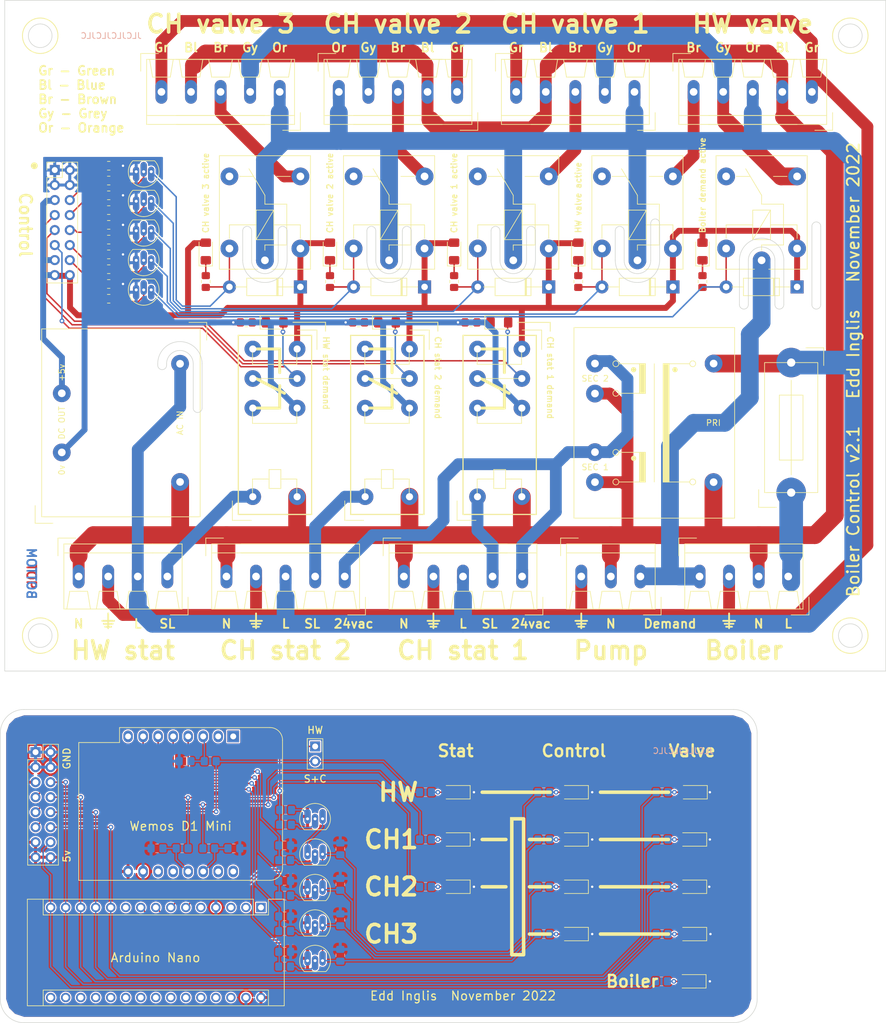
<source format=kicad_pcb>
(kicad_pcb (version 20211014) (generator pcbnew)
  (layers (0 "F.Cu" signal) (1 "In1.Cu" signal) (2 "In2.Cu" signal) (31 "B.Cu" signal) (34 "B.Paste" user) (35 "F.Paste" user) (36 "B.SilkS" user "B.Silkscreen") (37 "F.SilkS" user "F.Silkscreen") (38 "B.Mask" user) (39 "F.Mask" user) (44 "Edge.Cuts" user))
  (net 0 "")
  (net 1 "+5V")
  (net 2 "GND")
  (net 20 "Net-(D601-Pad2)")
  (net 21 "Net-(D602-Pad2)")
  (net 22 "Net-(D604-Pad2)")
  (net 23 "Net-(D605-Pad2)")
  (net 24 "Net-(D608-Pad2)")
  (net 25 "Net-(D610-Pad2)")
  (net 26 "Net-(D612-Pad2)")
  (net 33 "/LEDs/ch3_valve")
  (net 34 "/LEDs/ch2_stat")
  (net 35 "/LEDs/ch2_valve")
  (net 36 "/LEDs/ch1_stat")
  (net 37 "/LEDs/ch1_valve")
  (net 38 "/LEDs/hw_stat")
  (net 39 "/LEDs/hw_valve")
  (net 40 "/LEDs/boiler_demand")
  (net 41 "/LEDs/hw_demand_i")
  (net 42 "Net-(D603-Pad2)")
  (net 43 "Net-(D606-Pad2)")
  (net 44 "Net-(D607-Pad2)")
  (net 45 "Net-(D609-Pad2)")
  (net 46 "Net-(D611-Pad2)")
  (net 47 "Net-(Q601-Pad2)")
  (net 48 "Net-(Q601-Pad3)")
  (net 49 "Net-(Q602-Pad2)")
  (net 50 "Net-(Q603-Pad2)")
  (net 51 "/LEDs/ch1_demand_i")
  (net 52 "Net-(Q604-Pad2)")
  (net 53 "/LEDs/ch3_demand_i")
  (net 54 "Net-(Q605-Pad2)")
  (net 55 "/LEDs/ch2_demand_i")
  (net 56 "/LEDs/hw_demand_o")
  (net 57 "/LEDs/ch1_demand_o")
  (net 59 "/LEDs/ch3_demand_o")
  (net 60 "/LEDs/ch2_demand_o")
  (net 62 "unconnected-(U601-Pad11)")
  (net 63 "unconnected-(K101-Pad11)")
  (net 64 "Net-(R621-Pad2)")
  (net 65 "Net-(R623-Pad2)")
  (net 66 "Net-(R626-Pad2)")
  (net 67 "Net-(D101-Pad1)")
  (net 68 "/ch1_stat")
  (net 69 "Net-(D102-Pad1)")
  (net 70 "Net-(D103-Pad2)")
  (net 71 "Net-(D201-Pad1)")
  (net 72 "Net-(D202-Pad1)")
  (net 73 "/ch2_stat")
  (net 74 "Net-(D203-Pad2)")
  (net 75 "Net-(D301-Pad1)")
  (net 76 "Net-(D302-Pad2)")
  (net 77 "Net-(D401-Pad1)")
  (net 78 "Net-(D402-Pad1)")
  (net 79 "/hw_stat")
  (net 80 "Net-(D403-Pad2)")
  (net 81 "Net-(D501-Pad1)")
  (net 82 "Net-(D502-Pad2)")
  (net 83 "Net-(F501-Pad1)")
  (net 84 "LINE")
  (net 85 "Earth_Protective")
  (net 86 "0VAC")
  (net 87 "/CH1/valve_phys")
  (net 88 "/Boiler etc/valve_open")
  (net 89 "24")
  (net 90 "/CH1/stat_phys")
  (net 91 "/CH2/valve_phys")
  (net 92 "/CH2/stat_phys")
  (net 93 "/CH3/valve_phys")
  (net 94 "/HW/valve_phys")
  (net 95 "/HW/stat_phys")
  (net 96 "/Boiler etc/heat_demand")
  (net 97 "/ch3_valve")
  (net 98 "/ch2_valve")
  (net 99 "/ch1_valve")
  (net 100 "/hw_valve")
  (net 101 "/boiler_demand")
  (net 104 "unconnected-(K201-Pad11)")
  (net 108 "Net-(R615-Pad2)")
  (net 115 "Net-(Q101-Pad2)")
  (net 116 "Net-(Q201-Pad2)")
  (net 117 "Net-(Q301-Pad2)")
  (net 118 "Net-(Q401-Pad2)")
  (net 119 "Net-(Q501-Pad2)")
  (footprint "Resistor_SMD:R_0805_2012Metric_Pad1.20x1.40mm_HandSolder" (layer "F.Cu") (at 34.3375 61)
    (fp_text reference "R102" hide)
    (fp_text value "4k7")
  )
  (footprint "LED_SMD:LED_1206_3216Metric_Pad1.42x1.75mm_HandSolder" (layer "F.Cu") (at 81.4 75)
    (fp_text reference "D202" hide)
    (fp_text value "HW")
  )
  (footprint "edd:CAMDENBOSS CTB0700_4" (layer "F.Cu") (at 36.75 118 180)
    (fp_text reference "J402" hide)
    (fp_text value "stat")
  )
  (footprint "Resistor_SMD:R_0805_2012Metric_Pad1.20x1.40mm_HandSolder" (layer "F.Cu") (at 95.6 75)
    (fp_text reference "R103" hide)
    (fp_text value "470R")
  )
  (footprint "edd:FINDER 40.61" (layer "F.Cu") (at 100.45 97.5 180)
    (fp_text reference "K101" hide)
    (fp_text value "FINDER-40.61 (24VAC)")
  )
  (footprint "edd:TO-92_Inline" (layer "F.Cu") (at 67.96 183)
    (fp_text reference "Q604" hide)
    (fp_text value "BC546")
  )
  (footprint "Relay_THT:Relay_SPDT_Finder_36.11" (layer "F.Cu") (at 60.75 64.5 90)
    (fp_text reference "K301" hide)
    (fp_text value "FINDER-36.11")
  )
  (footprint "edd:TO-92_Inline" (layer "F.Cu") (at 67.96 159)
    (fp_text reference "Q601" hide)
    (fp_text value "BC546")
  )
  (footprint "LED_SMD:LED_1206_3216Metric_Pad1.42x1.75mm_HandSolder" (layer "F.Cu") (at 132.9 186.5 180)
    (fp_text reference "D608" hide)
    (fp_text value "Boiler")
  )
  (footprint "Resistor_SMD:R_0805_2012Metric_Pad1.20x1.40mm_HandSolder" (layer "F.Cu") (at 50.75 68.0875 90)
    (fp_text reference "R303" hide)
    (fp_text value "470R")
  )
  (footprint "Resistor_SMD:R_0805_2012Metric_Pad1.20x1.40mm_HandSolder" (layer "F.Cu") (at 113.75 68.0875 90)
    (fp_text reference "R403" hide)
    (fp_text value "470R")
  )
  (footprint "edd:MULTICORP MC000827" (layer "F.Cu") (at 149.75 92.8 90)
    (fp_text reference "F501" hide)
    (fp_text value "Fuse")
  )
  (footprint "Resistor_SMD:R_0805_2012Metric_Pad1.20x1.40mm_HandSolder" (layer "F.Cu") (at 34.3375 63.5)
    (fp_text reference "R401" hide)
    (fp_text value "4k7")
  )
  (footprint "Resistor_SMD:R_0805_2012Metric_Pad1.20x1.40mm_HandSolder" (layer "F.Cu") (at 34.3375 58.5)
    (fp_text reference "R101" hide)
    (fp_text value "4k7")
  )
  (footprint "LED_SMD:LED_1206_3216Metric_Pad1.42x1.75mm_HandSolder" (layer "F.Cu") (at 50.75 63 90)
    (fp_text reference "D301" hide)
    (fp_text value "CH3")
  )
  (footprint "LED_SMD:LED_1206_3216Metric_Pad1.42x1.75mm_HandSolder" (layer "F.Cu") (at 133 170.5 180)
    (fp_text reference "D611" hide)
    (fp_text value "CH2")
  )
  (footprint "edd:TO-92_Inline" (layer "F.Cu") (at 67.96 177)
    (fp_text reference "Q605" hide)
    (fp_text value "BC546")
  )
  (footprint "Connector_PinHeader_2.54mm:PinHeader_2x08_P2.54mm_Vertical" (layer "F.Cu") (at 21.96 147.72)
    (fp_text reference "J601" hide)
    (fp_text value "Conn_02x08_Odd_Even" hide)
  )
  (footprint "Connector_PinHeader_2.54mm:PinHeader_1x02_P2.54mm_Vertical" (layer "F.Cu") (at 69.25 146.75)
    (fp_text reference "J602" hide)
    (fp_text value "Conn_01x02")
  )
  (footprint "edd:TO-92_Inline" (layer "F.Cu") (at 67.96 171)
    (fp_text reference "Q603" hide)
    (fp_text value "BC546")
  )
  (footprint "edd:CAMDENBOSS CTB0700_5" (layer "F.Cu") (at 83.25 36)
    (fp_text reference "J201" hide)
    (fp_text value "valve")
  )
  (footprint "edd:TO-92_Inline" (layer "F.Cu") (at 41.52 69.5 180)
    (fp_text reference "Q501" hide)
    (fp_text value "BC546")
  )
  (footprint "edd:BLOCK VB_2.8_2_15" (layer "F.Cu") (at 126.6 92 180)
    (fp_text reference "T501" hide)
    (fp_text value "Transformer_1P_2S")
  )
  (footprint "edd:TO-92_Inline" (layer "F.Cu") (at 41.52 54.5 180)
    (fp_text reference "Q201" hide)
    (fp_text value "BC546")
  )
  (footprint "Resistor_SMD:R_0805_2012Metric_Pad1.20x1.40mm_HandSolder" (layer "F.Cu") (at 34.3375 48.5)
    (fp_text reference "R301" hide)
    (fp_text value "4k7")
  )
  (footprint "LED_SMD:LED_1206_3216Metric_Pad1.42x1.75mm_HandSolder" (layer "F.Cu") (at 133 162.5 180)
    (fp_text reference "D610" hide)
    (fp_text value "CH1")
  )
  (footprint "edd:MYRRA 47122" (layer "F.Cu") (at 36.4 92 90)
    (fp_text reference "U501" hide)
    (fp_text value "5V_switch_mode_PSU")
  )
  (footprint "LED_SMD:LED_1206_3216Metric_Pad1.42x1.75mm_HandSolder" (layer "F.Cu") (at 133.1 154.5 180)
    (fp_text reference "D609" hide)
    (fp_text value "HW")
  )
  (footprint "LED_SMD:LED_1206_3216Metric_Pad1.42x1.75mm_HandSolder" (layer "F.Cu") (at 100.4 75)
    (fp_text reference "D101" hide)
    (fp_text value "HW")
  )
  (footprint "Resistor_SMD:R_0805_2012Metric_Pad1.20x1.40mm_HandSolder" (layer "F.Cu") (at 34.3375 51)
    (fp_text reference "R302" hide)
    (fp_text value "4k7")
  )
  (footprint "edd:D_DO-41_SOD81_P12mm_Horizontal" (layer "F.Cu") (at 87.75 69 180)
    (fp_text reference "D203" hide)
    (fp_text value "1N4001")
  )
  (footprint "LED_SMD:LED_1206_3216Metric_Pad1.42x1.75mm_HandSolder" (layer "F.Cu") (at 62.4 75)
    (fp_text reference "D402" hide)
    (fp_text value "HW")
  )
  (footprint "LED_SMD:LED_1206_3216Metric_Pad1.42x1.75mm_HandSolder" (layer "F.Cu") (at 133 178.5 180)
    (fp_text reference "D612" hide)
    (fp_text value "CH3")
  )
  (footprint "edd:TO-92_Inline" (layer "F.Cu") (at 41.52 59.5 180)
    (fp_text reference "Q101" hide)
    (fp_text value "BC546")
  )
  (footprint "edd:TO-92_Inline" (layer "F.Cu") (at 41.52 64.5 180)
    (fp_text reference "Q401" hide)
    (fp_text value "BC546")
  )
  (footprint "Resistor_SMD:R_0805_2012Metric_Pad1.20x1.40mm_HandSolder" (layer "F.Cu") (at 34.3375 53.5)
    (fp_text reference "R201" hide)
    (fp_text value "4k7")
  )
  (footprint "LED_SMD:LED_1206_3216Metric_Pad1.42x1.75mm_HandSolder" (layer "F.Cu") (at 93 154.5 180)
    (fp_text reference "D601" hide)
    (fp_text value "HW")
  )
  (footprint "Resistor_SMD:R_0805_2012Metric_Pad1.20x1.40mm_HandSolder" (layer "F.Cu") (at 34.3375 56)
    (fp_text reference "R202" hide)
    (fp_text value "4k7")
  )
  (footprint "LED_SMD:LED_1206_3216Metric_Pad1.42x1.75mm_HandSolder" (layer "F.Cu") (at 113 178.5 180)
    (fp_text reference "D607" hide)
    (fp_text value "CH3")
  )
  (footprint "edd:CAMDENBOSS CTB0700_5" (layer "F.Cu") (at 94.25 118 180)
    (fp_text reference "J102" hide)
    (fp_text value "nest")
  )
  (footprint "LED_SMD:LED_1206_3216Metric_Pad1.42x1.75mm_HandSolder" (layer "F.Cu") (at 71.75 63 90)
    (fp_text reference "D201" hide)
    (fp_text value "CH3")
  )
  (footprint "edd:CAMDENBOSS CTB0700_5" (layer "F.Cu") (at 64.25 118 180)
    (fp_text reference "J202" hide)
    (fp_text value "stat")
  )
  (footprint "Resistor_SMD:R_0805_2012Metric_Pad1.20x1.40mm_HandSolder" (layer "F.Cu") (at 34.3375 71)
    (fp_text reference "R502" hide)
    (fp_text value "4k7")
  )
  (footprint "edd:CAMDENBOSS CTB0700_3" (layer "F.Cu") (at 119.25 118 180)
    (fp_text reference "J502" hide)
    (fp_text value "Pump")
  )
  (footprint "edd:D_DO-41_SOD81_P12mm_Horizontal" (layer "F.Cu") (at 108.75 69 180)
    (fp_text reference "D103" hide)
    (fp_text value "1N4001")
  )
  (footprint "edd:CAMDENBOSS CTB0700_5" (layer "F.Cu") (at 53.25 36)
    (fp_text reference "J301" hide)
    (fp_text value "valve")
  )
  (footprint "edd:FINDER 40.61" (layer "F.Cu") (at 62.45 97.5 180)
    (fp_text reference "K401" hide)
    (fp_text value "FINDER-40.61 (240VAC)" hide)
  )
  (footprint "LED_SMD:LED_1206_3216Metric_Pad1.42x1.75mm_HandSolder" (layer "F.Cu") (at 113.75 63 90)
    (fp_text reference "D401" hide)
    (fp_text value "CH3")
  )
  (footprint "Resistor_SMD:R_0805_2012Metric_Pad1.20x1.40mm_HandSolder" (layer "F.Cu") (at 71.75 68.0875 90)
    (fp_text reference "R203" hide)
    (fp_text value "470R")
  )
  (footprint "edd:FINDER 40.61" (layer "F.Cu") (at 81.45 97.5 180)
    (fp_text reference "K201" hide)
    (fp_text value "FINDER-40.61 (240VAC)" hide)
  )
  (footprint "edd:TO-92_Inline" (layer "F.Cu") (at 67.96 165)
    (fp_text reference "Q602" hide)
    (fp_text value "BC546")
  )
  (footprint "edd:D_DO-41_SOD81_P12mm_Horizontal" (layer "F.Cu") (at 66.75 69 180)
    (fp_text reference "D302" hide)
    (fp_text value "1N4001")
  )
  (footprint "edd:CAMDENBOSS CTB0700_5" (layer "F.Cu") (at 143.25 36)
    (fp_text reference "J401" hide)
    (fp_text value "valve")
  )
  (footprint "edd:CAMDENBOSS CTB0700_5" (layer "F.Cu") (at 113.25 36)
    (fp_text reference "J101" hide)
    (fp_text value "valve")
  )
  (footprint "LED_SMD:LED_1206_3216Metric_Pad1.42x1.75mm_HandSolder" (layer "F.Cu") (at 113 154.5 180)
    (fp_text reference "D604" hide)
    (fp_text value "HW")
  )
  (footprint "Resistor_SMD:R_0805_2012Metric_Pad1.20x1.40mm_HandSolder" (layer "F.Cu") (at 134.75 68.0875 90)
    (fp_text reference "R503" hide)
    (fp_text value "470R")
  )
  (footprint "Resistor_SMD:R_0805_2012Metric_Pad1.20x1.40mm_HandSolder" (layer "F.Cu") (at 57.6 75)
    (fp_text reference "R404" hide)
    (fp_text value "470R")
  )
  (footprint "Module:WEMOS_D1_mini_light" (layer "F.Cu") (at 55.39 145.055 -90)
    (fp_text reference "U601" hide)
    (fp_text value "WeMos_D1_mini")
  )
  (footprint "edd:TO-92_Inline" (layer "F.Cu") (at 41.52 49.5 180)
    (fp_text reference "Q301" hide)
    (fp_text value "BC546")
  )
  (footprint "Relay_THT:Relay_SPDT_Finder_36.11" (layer "F.Cu") (at 144.75 64.5 90)
    (fp_text reference "K501" hide)
    (fp_text value "FINDER-36.11")
  )
  (footprint "Resistor_SMD:R_0805_2012Metric_Pad1.20x1.40mm_HandSolder" (layer "F.Cu") (at 34.3375 68.5)
    (fp_text reference "R501" hide)
    (fp_text value "4k7")
  )
  (footprint "Resistor_SMD:R_0805_2012Metric_Pad1.20x1.40mm_HandSolder" (layer "F.Cu") (at 92.75 68.0875 90)
    (fp_text reference "R104" hide)
    (fp_text value "470R")
  )
  (footprint "edd:CAMDENBOSS CTB0700_4" (layer "F.Cu") (at 141.75 118 180)
    (fp_text reference "J501" hide)
    (fp_text value "Boiler")
  )
  (footprint "edd:D_DO-41_SOD81_P12mm_Horizontal" (layer "F.Cu") (at 150.75 69 180)
    (fp_text reference "D502" hide)
    (fp_text value "1N4001")
  )
  (footprint "LED_SMD:LED_1206_3216Metric_Pad1.42x1.75mm_HandSolder" (layer "F.Cu") (at 134.75 63 90)
    (fp_text reference "D501" hide)
    (fp_text value "CH3")
  )
  (footprint "Relay_THT:Relay_SPDT_Finder_36.11" (layer "F.Cu") (at 123.75 64.5 90)
    (fp_text reference "K402" hide)
    (fp_text value "FINDER-36.11")
  )
  (footprint "Resistor_SMD:R_0805_2012Metric_Pad1.20x1.40mm_HandSolder" (layer "F.Cu") (at 76.6 75)
    (fp_text reference "R204" hide)
    (fp_text value "470R")
  )
  (footprint "Resistor_SMD:R_0805_2012Metric_Pad1.20x1.40mm_HandSolder" (layer "F.Cu") (at 34.3375 66)
    (fp_text reference "R402" hide)
    (fp_text value "4k7")
  )
  (footprint "edd:D_DO-41_SOD81_P12mm_Horizontal" (layer "F.Cu") (at 129.75 69 180)
    (fp_text reference "D403" hide)
    (fp_text value "1N4001")
  )
  (footprint "LED_SMD:LED_1206_3216Metric_Pad1.42x1.75mm_HandSolder" (layer "F.Cu") (at 93 170.5 180)
    (fp_text reference "D602" hide)
    (fp_text value "CH2")
  )
  (footprint "LED_SMD:LED_1206_3216Metric_Pad1.42x1.75mm_HandSolder" (layer "F.Cu") (at 113 162.5 180)
    (fp_text reference "D605" hide)
    (fp_text value "CH1")
  )
  (footprint "Relay_THT:Relay_SPDT_Finder_36.11" (layer "F.Cu") (at 102.75 64.5 90)
    (fp_text reference "K102" hide)
    (fp_text value "FINDER-36.11")
  )
  (footprint "LED_SMD:LED_1206_3216Metric_Pad1.42x1.75mm_HandSolder" (layer "F.Cu") (at 93 162.5 180)
    (fp_text reference "D603" hide)
    (fp_text value "CH1")
  )
  (footprint "Connector_PinHeader_2.54mm:PinHeader_2x08_P2.54mm_Vertical" (layer "F.Cu") (at 25.21 49.22)
    (fp_text reference "J701" hide)
    (fp_text value "Conn_02x08_Odd_Even")
  )
  (footprint "LED_SMD:LED_1206_3216Metric_Pad1.42x1.75mm_HandSolder" (layer "F.Cu") (at 113 170.5 180)
    (fp_text reference "D606" hide)
    (fp_text value "CH2")
  )
  (footprint "Relay_THT:Relay_SPDT_Finder_36.11" (layer "F.Cu") (at 81.75 64.5 90)
    (fp_text reference "K202" hide)
    (fp_text value "FINDER-36.11")
  )
  (footprint "Module:Arduino_Nano" (layer "F.Cu") (at 60.08 174 -90)
    (fp_text reference "A601" hide)
    (fp_text value "Arduino_Nano_v3.x" hide)
  )
  (footprint "LED_SMD:LED_1206_3216Metric_Pad1.42x1.75mm_HandSolder" (layer "F.Cu") (at 92.75 63 90)
    (fp_text reference "D102" hide)
    (fp_text value "CH3")
  )
  (footprint "Resistor_SMD:R_0805_2012Metric_Pad1.20x1.40mm_HandSolder" (layer "B.Cu") (at 42.5 164 180)
    (fp_text reference "R627" hide)
    (fp_text value "10k")
  )
  (footprint "Resistor_SMD:R_0805_2012Metric_Pad1.20x1.40mm_HandSolder" (layer "B.Cu") (at 127.9125 162.5 180)
    (fp_text reference "R610" hide)
    (fp_text value "470R")
  )
  (footprint "Resistor_SMD:R_0805_2012Metric_Pad1.20x1.40mm_HandSolder" (layer "B.Cu") (at 64.0875 181.5)
    (fp_text reference "R625" hide)
    (fp_text value "4k7")
  )
  (footprint "Resistor_SMD:R_0805_2012Metric_Pad1.20x1.40mm_HandSolder" (layer "B.Cu") (at 73.5 176.0875 90)
    (fp_text reference "R632" hide)
    (fp_text value "4k7")
  )
  (footprint "Resistor_SMD:R_0805_2012Metric_Pad1.20x1.40mm_HandSolder" (layer "B.Cu") (at 64.0875 166 180)
    (fp_text reference "R616" hide)
    (fp_text value "4k7")
  )
  (footprint "Resistor_SMD:R_0805_2012Metric_Pad1.20x1.40mm_HandSolder" (layer "B.Cu") (at 64.0875 169.5)
    (fp_text reference "R614" hide)
    (fp_text value "4k7")
  )
  (footprint "Resistor_SMD:R_0805_2012Metric_Pad1.20x1.40mm_HandSolder" (layer "B.Cu") (at 107.9125 154.5 180)
    (fp_text reference "R604" hide)
    (fp_text value "470R")
  )
  (footprint "Resistor_SMD:R_0805_2012Metric_Pad1.20x1.40mm_HandSolder" (layer "B.Cu") (at 64.0875 175.5)
    (fp_text reference "R628" hide)
    (fp_text value "4k7")
  )
  (footprint "Resistor_SMD:R_0805_2012Metric_Pad1.20x1.40mm_HandSolder" (layer "B.Cu") (at 87.9125 162.5 180)
    (fp_text reference "R603" hide)
    (fp_text value "470R")
  )
  (footprint "Resistor_SMD:R_0805_2012Metric_Pad1.20x1.40mm_HandSolder" (layer "B.Cu") (at 107.9125 162.5 180)
    (fp_text reference "R605" hide)
    (fp_text value "470R")
  )
  (footprint "Resistor_SMD:R_0805_2012Metric_Pad1.20x1.40mm_HandSolder" (layer "B.Cu") (at 64.25 157.5 180)
    (fp_text reference "R620" hide)
    (fp_text value "4k7")
  )
  (footprint "Resistor_SMD:R_0805_2012Metric_Pad1.20x1.40mm_HandSolder" (layer "B.Cu") (at 64.0875 178 180)
    (fp_text reference "R630" hide)
    (fp_text value "4k7")
  )
  (footprint "Resistor_SMD:R_0805_2012Metric_Pad1.20x1.40mm_HandSolder" (layer "B.Cu") (at 73.5 170.0875 90)
    (fp_text reference "R619" hide)
    (fp_text value "4k7")
  )
  (footprint "Resistor_SMD:R_0805_2012Metric_Pad1.20x1.40mm_HandSolder" (layer "B.Cu") (at 46.75 164 180)
    (fp_text reference "R626" hide)
    (fp_text value "4k7")
  )
  (footprint "Resistor_SMD:R_0805_2012Metric_Pad1.20x1.40mm_HandSolder" (layer "B.Cu") (at 127.8125 186.5 180)
    (fp_text reference "R608" hide)
    (fp_text value "470R")
  )
  (footprint "Resistor_SMD:R_0805_2012Metric_Pad1.20x1.40mm_HandSolder" (layer "B.Cu") (at 127.9125 170.5 180)
    (fp_text reference "R611" hide)
    (fp_text value "470R")
  )
  (footprint "Resistor_SMD:R_0805_2012Metric_Pad1.20x1.40mm_HandSolder" (layer "B.Cu") (at 73.5 182.0875 90)
    (fp_text reference "R631" hide)
    (fp_text value "4k7")
  )
  (footprint "Resistor_SMD:R_0805_2012Metric_Pad1.20x1.40mm_HandSolder" (layer "B.Cu") (at 47.25 149.25 180)
    (fp_text reference "R622" hide)
    (fp_text value "10k")
  )
  (footprint "Resistor_SMD:R_0805_2012Metric_Pad1.20x1.40mm_HandSolder" (layer "B.Cu") (at 87.9125 154.5 180)
    (fp_text reference "R601" hide)
    (fp_text value "470R")
  )
  (footprint "Resistor_SMD:R_0805_2012Metric_Pad1.20x1.40mm_HandSolder" (layer "B.Cu") (at 51.5 149.25 180)
    (fp_text reference "R621" hide)
    (fp_text value "4k7")
  )
  (footprint "Resistor_SMD:R_0805_2012Metric_Pad1.20x1.40mm_HandSolder" (layer "B.Cu") (at 51.25 164)
    (fp_text reference "R623" hide)
    (fp_text value "4k7")
  )
  (footprint "Resistor_SMD:R_0805_2012Metric_Pad1.20x1.40mm_HandSolder" (layer "B.Cu") (at 127.9125 154.5 180)
    (fp_text reference "R609" hide)
    (fp_text value "470R")
  )
  (footprint "Resistor_SMD:R_0805_2012Metric_Pad1.20x1.40mm_HandSolder" (layer "B.Cu") (at 64.0875 163.5)
    (fp_text reference "R613" hide)
    (fp_text value "4k7")
  )
  (footprint "Resistor_SMD:R_0805_2012Metric_Pad1.20x1.40mm_HandSolder" (layer "B.Cu") (at 64.0875 184 180)
    (fp_text reference "R629" hide)
    (fp_text value "4k7")
  )
  (footprint "Resistor_SMD:R_0805_2012Metric_Pad1.20x1.40mm_HandSolder" (layer "B.Cu") (at 107.9125 170.5 180)
    (fp_text reference "R606" hide)
    (fp_text value "470R")
  )
  (footprint "Resistor_SMD:R_0805_2012Metric_Pad1.20x1.40mm_HandSolder" (layer "B.Cu") (at 64.0875 172 180)
    (fp_text reference "R617" hide)
    (fp_text value "4k7")
  )
  (footprint "Resistor_SMD:R_0805_2012Metric_Pad1.20x1.40mm_HandSolder" (layer "B.Cu") (at 127.9125 178.5 180)
    (fp_text reference "R612" hide)
    (fp_text value "470R")
  )
  (footprint "Resistor_SMD:R_0805_2012Metric_Pad1.20x1.40mm_HandSolder" (layer "B.Cu") (at 87.9125 170.5 180)
    (fp_text reference "R602" hide)
    (fp_text value "470R")
  )
  (footprint "Resistor_SMD:R_0805_2012Metric_Pad1.20x1.40mm_HandSolder" (layer "B.Cu") (at 55.5 164)
    (fp_text reference "R624" hide)
    (fp_text value "10k")
  )
  (footprint "Resistor_SMD:R_0805_2012Metric_Pad1.20x1.40mm_HandSolder" (layer "B.Cu") (at 107.9125 178.5 180)
    (fp_text reference "R607" hide)
    (fp_text value "470R")
  )
  (footprint "Resistor_SMD:R_0805_2012Metric_Pad1.20x1.40mm_HandSolder" (layer "B.Cu") (at 64.23 160 180)
    (fp_text reference "R615" hide)
    (fp_text value "4k7")
  )
  (footprint "Resistor_SMD:R_0805_2012Metric_Pad1.20x1.40mm_HandSolder" (layer "B.Cu") (at 73.5 164.0875 90)
    (fp_text reference "R618" hide)
    (fp_text value "4k7")
  )
  (gr_line (start 113.5 126) (end 115 126) (layer "F.SilkS") (width 0.3))
  (gr_line (start 89.25 124.25) (end 89.25 126.75) (layer "F.SilkS") (width 0.3))
  (gr_rect (start 102.5 159) (end 104.5 182) (layer "F.SilkS") (width 0.6) (fill none))
  (gr_line (start 138.5 126) (end 140 126) (layer "F.SilkS") (width 0.3))
  (gr_line (start 58.25 125.5) (end 60.25 125.5) (layer "F.SilkS") (width 0.3))
  (gr_line (start 117.5 162.5) (end 129 162.5) (layer "F.SilkS") (width 0.6))
  (gr_line (start 109 170.5) (end 105.5 170.5) (layer "F.SilkS") (width 0.6))
  (gr_circle (center 159.75 128) (end 162.75 128) (layer "F.SilkS") (width 0.15) (fill none))
  (gr_line (start 109 75) (end 109 76.5) (layer "F.SilkS") (width 0.15))
  (gr_line (start 65.5 74.985) (end 71 74.985) (layer "F.SilkS") (width 0.15))
  (gr_line (start 90 74.985) (end 90 76.485) (layer "F.SilkS") (width 0.15))
  (gr_line (start 117.5 178.5) (end 129 178.5) (layer "F.SilkS") (width 0.6))
  (gr_line (start 33.75 126.5) (end 34.75 126.5) (layer "F.SilkS") (width 0.3))
  (gr_line (start 97.5 162.5) (end 101.5 162.5) (layer "F.SilkS") (width 0.6))
  (gr_line (start 97.5 154.5) (end 109 154.5) (layer "F.SilkS") (width 0.6))
  (gr_line (start 113.75 126.5) (end 114.75 126.5) (layer "F.SilkS") (width 0.3))
  (gr_line (start 34.25 124.25) (end 34.25 126.75) (layer "F.SilkS") (width 0.3))
  (gr_circle (center 21.75 48.5) (end 22.25 48.5) (layer "F.SilkS") (width 0.15) (fill solid))
  (gr_line (start 97.5 170.5) (end 101.5 170.5) (layer "F.SilkS") (width 0.6))
  (gr_line (start 58.5 126) (end 60 126) (layer "F.SilkS") (width 0.3))
  (gr_circle (center 22.75 26.5) (end 25.75 26.5) (layer "F.SilkS") (width 0.15) (fill none))
  (gr_line (start 84.5 74.985) (end 90 74.985) (layer "F.SilkS") (width 0.15))
  (gr_line (start 109 162.5) (end 105.5 162.5) (layer "F.SilkS") (width 0.6))
  (gr_line (start 138.25 125.5) (end 140.25 125.5) (layer "F.SilkS") (width 0.3))
  (gr_line (start 117.5 170.5) (end 129 170.5) (layer "F.SilkS") (width 0.6))
  (gr_line (start 138.75 126.5) (end 139.75 126.5) (layer "F.SilkS") (width 0.3))
  (gr_line (start 113.25 125.5) (end 115.25 125.5) (layer "F.SilkS") (width 0.3))
  (gr_line (start 139.25 124.25) (end 139.25 126.75) (layer "F.SilkS") (width 0.3))
  (gr_line (start 33.25 125.5) (end 35.25 125.5) (layer "F.SilkS") (width 0.3))
  (gr_line (start 59.25 124.25) (end 59.25 126.75) (layer "F.SilkS") (width 0.3))
  (gr_line (start 109 178.5) (end 105.5 178.5) (layer "F.SilkS") (width 0.6))
  (gr_circle (center 22.75 128) (end 25.75 128) (layer "F.SilkS") (width 0.15) (fill none))
  (gr_line (start 103.5 75) (end 109 75) (layer "F.SilkS") (width 0.15))
  (gr_line (start 88.75 126.5) (end 89.75 126.5) (layer "F.SilkS") (width 0.3))
  (gr_line (start 117.5 154.5) (end 129 154.5) (layer "F.SilkS") (width 0.6))
  (gr_line (start 71 74.985) (end 71 76.485) (layer "F.SilkS") (width 0.15))
  (gr_line (start 114.25 124.25) (end 114.25 126.75) (layer "F.SilkS") (width 0.3))
  (gr_line (start 88.5 126) (end 90 126) (layer "F.SilkS") (width 0.3))
  (gr_line (start 33.5 126) (end 35 126) (layer "F.SilkS") (width 0.3))
  (gr_line (start 58.75 126.5) (end 59.75 126.5) (layer "F.SilkS") (width 0.3))
  (gr_line (start 88.25 125.5) (end 90.25 125.5) (layer "F.SilkS") (width 0.3))
  (gr_circle (center 159.75 26.5) (end 162.75 26.5) (layer "F.SilkS") (width 0.15) (fill none))
  (gr_line (start 99 64.5) (end 99 59.5) (layer "Edge.Cuts") (width 0.1))
  (gr_arc (start 126 64.5) (mid 123.75 66.75) (end 121.5 64.5) (layer "Edge.Cuts") (width 0.1))
  (gr_arc (start 127.5 64.5) (mid 123.75 68.25) (end 120 64.5) (layer "Edge.Cuts") (width 0.1))
  (gr_line (start 120 64.5) (end 120 59.5) (layer "Edge.Cuts") (width 0.1))
  (gr_line (start 84 64.5) (end 84 59.5) (layer "Edge.Cuts") (width 0.1))
  (gr_arc (start 78 59.5) (mid 78.75 58.75) (end 79.5 59.5) (layer "Edge.Cuts") (width 0.1))
  (gr_line (start 127.5 64.5) (end 127.5 58.25) (layer "Edge.Cuts") (width 0.1))
  (gr_arc (start 148.5 72) (mid 147.75 72.75) (end 147 72) (layer "Edge.Cuts") (width 0.1))
  (gr_arc (start 84 64.5) (mid 81.75 66.75) (end 79.5 64.5) (layer "Edge.Cuts") (width 0.1))
  (gr_line (start 144 144.5) (end 144 189.5) (layer "Edge.Cuts") (width 0.1))
  (gr_arc (start 99 59.5) (mid 99.75 58.75) (end 100.5 59.5) (layer "Edge.Cuts") (width 0.1))
  (gr_line (start 57 64.5) (end 57 59.5) (layer "Edge.Cuts") (width 0.1))
  (gr_circle (center 22.75 128) (end 24.75 128) (layer "Edge.Cuts") (width 0.1) (fill none))
  (gr_line (start 147 72) (end 147 64.5) (layer "Edge.Cuts") (width 0.1))
  (gr_line (start 58.5 59.5) (end 58.5 64.5) (layer "Edge.Cuts") (width 0.1))
  (gr_arc (start 105 59.5) (mid 105.75 58.75) (end 106.5 59.5) (layer "Edge.Cuts") (width 0.1))
  (gr_line (start 42.625 82.25) (end 42.625 82) (layer "Edge.Cuts") (width 0.1))
  (gr_poly (pts (xy 165.75 134) (xy 16.75 134) (xy 16.75 20.5) (xy 165.75 20.513098)) (layer "Edge.Cuts") (width 0.1) (fill none))
  (gr_arc (start 64.5 64.5) (mid 60.75 68.25) (end 57 64.5) (layer "Edge.Cuts") (width 0.1))
  (gr_line (start 64.5 64.5) (end 64.5 59.5) (layer "Edge.Cuts") (width 0.1))
  (gr_arc (start 142.5 64.5) (mid 144.75 62.25) (end 147 64.5) (layer "Edge.Cuts") (width 0.1))
  (gr_arc (start 85.5 64.5) (mid 81.75 68.25) (end 78 64.5) (layer "Edge.Cuts") (width 0.1))
  (gr_line (start 121.5 59.5) (end 121.5 64.5) (layer "Edge.Cuts") (width 0.1))
  (gr_line (start 16 144.5) (end 16 189.5) (layer "Edge.Cuts") (width 0.1))
  (gr_arc (start 44.125 82.25) (mid 43.375 83) (end 42.625 82.25) (layer "Edge.Cuts") (width 0.1))
  (gr_arc (start 84 59.5) (mid 84.75 58.75) (end 85.5 59.5) (layer "Edge.Cuts") (width 0.1))
  (gr_arc (start 16 144.5) (mid 17.171573 141.671573) (end 20 140.5) (layer "Edge.Cuts") (width 0.1))
  (gr_line (start 44.125 82) (end 44.125 82.25) (layer "Edge.Cuts") (width 0.1))
  (gr_line (start 105 64.5) (end 105 59.5) (layer "Edge.Cuts") (width 0.1))
  (gr_line (start 100.5 59.5) (end 100.5 64.5) (layer "Edge.Cuts") (width 0.1))
  (gr_line (start 141 64.5) (end 141 72) (layer "Edge.Cuts") (width 0.1))
  (gr_arc (start 106.5 64.5) (mid 102.75 68.25) (end 99 64.5) (layer "Edge.Cuts") (width 0.1))
  (gr_arc (start 50.125 89.5) (mid 49.375 90.25) (end 48.625 89.5) (layer "Edge.Cuts") (width 0.1))
  (gr_line (start 85.5 64.5) (end 85.5 59.5) (layer "Edge.Cuts") (width 0.1))
  (gr_arc (start 42.625 82) (mid 46.375 78.25) (end 50.125 82) (layer "Edge.Cuts") (width 0.1))
  (gr_line (start 78 64.5) (end 78 59.5) (layer "Edge.Cuts") (width 0.1))
  (gr_arc (start 63 59.5) (mid 63.75 58.75) (end 64.5 59.5) (layer "Edge.Cuts") (width 0.1))
  (gr_line (start 79.5 59.5) (end 79.5 64.5) (layer "Edge.Cuts") (width 0.1))
  (gr_arc (start 154.75 72) (mid 154 72.75) (end 153.25 72) (layer "Edge.Cuts") (width 0.1))
  (gr_arc (start 120 59.5) (mid 120.75 58.75) (end 121.5 59.5) (layer "Edge.Cuts") (width 0.1))
  (gr_arc (start 153.25 58.75) (mid 154 58) (end 154.75 58.75) (layer "Edge.Cuts") (width 0.1))
  (gr_line (start 106.5 64.5) (end 106.5 59.5) (layer "Edge.Cuts") (width 0.1))
  (gr_line (start 148.5 64.5) (end 148.5 72) (layer "Edge.Cuts") (width 0.1))
  (gr_circle (center 159.75 26.5) (end 157.75 26.5) (layer "Edge.Cuts") (width 0.1) (fill none))
  (gr_arc (start 63 64.5) (mid 60.75 66.75) (end 58.5 64.5) (layer "Edge.Cuts") (width 0.1))
  (gr_line (start 20 140.5) (end 140 140.5) (layer "Edge.Cuts") (width 0.1))
  (gr_arc (start 57 59.5) (mid 57.75 58.75) (end 58.5 59.5) (layer "Edge.Cuts") (width 0.1))
  (gr_line (start 50.125 82) (end 50.125 89.5) (layer "Edge.Cuts") (width 0.1))
  (gr_line (start 126 64.5) (end 126 58.25) (layer "Edge.Cuts") (width 0.1))
  (gr_line (start 154.75 58.75) (end 154.75 72) (layer "Edge.Cuts") (width 0.1))
  (gr_line (start 63 64.5) (end 63 59.5) (layer "Edge.Cuts") (width 0.1))
  (gr_circle (center 22.75 26.5) (end 24.75 26.5) (layer "Edge.Cuts") (width 0.1) (fill none))
  (gr_arc (start 20 193.5) (mid 17.171573 192.328427) (end 16 189.5) (layer "Edge.Cuts") (width 0.1))
  (gr_line (start 140 193.5) (end 20 193.5) (layer "Edge.Cuts") (width 0.1))
  (gr_arc (start 142.5 72) (mid 141.75 72.75) (end 141 72) (layer "Edge.Cuts") (width 0.1))
  (gr_arc (start 140 140.5) (mid 142.828427 141.671573) (end 144 144.5) (layer "Edge.Cuts") (width 0.1))
  (gr_line (start 153.25 72) (end 153.25 58.75) (layer "Edge.Cuts") (width 0.1))
  (gr_line (start 142.5 64.5) (end 142.5 72) (layer "Edge.Cuts") (width 0.1))
  (gr_arc (start 144 189.5) (mid 142.828427 192.328427) (end 140 193.5) (layer "Edge.Cuts") (width 0.1))
  (gr_line (start 48.625 89.5) (end 48.625 82) (layer "Edge.Cuts") (width 0.1))
  (gr_arc (start 141 64.5) (mid 144.75 60.75) (end 148.5 64.5) (layer "Edge.Cuts") (width 0.1))
  (gr_arc (start 105 64.5) (mid 102.75 66.75) (end 100.5 64.5) (layer "Edge.Cuts") (width 0.1))
  (gr_arc (start 44.125 82) (mid 46.375 79.75) (end 48.625 82) (layer "Edge.Cuts") (width 0.1))
  (gr_arc (start 126 58.25) (mid 126.75 57.5) (end 127.5 58.25) (layer "Edge.Cuts") (width 0.1))
  (gr_circle (center 159.75 128) (end 161.75 128) (layer "Edge.Cuts") (width 0.1) (fill none))
  (gr_text "TOP" (at 21.25 118 270) (layer "F.Cu") (effects (font (size 1.5 1.5) (thickness 0.3))))
  (gr_text "BOTTOM\n" (at 21.25 117.5 270) (layer "B.Cu") (effects (font (size 1.5 1.5) (thickness 0.3)) (justify mirror)))
  (gr_text "JLCJLCJLCJLC" (at 131.5 147.5) (layer "B.SilkS") (effects (font (size 1 1)) (justify mirror)))
  (gr_text "JLCJLCJLCJLC" (at 34.75 26.5) (layer "B.SilkS") (effects (font (size 1 1)) (justify mirror)))
  (gr_text "Br" (at 113.25 28.5) (layer "F.SilkS") (effects (font (size 1.5 1.5) (thickness 0.3))))
  (gr_text "24vac" (at 75.75 126) (layer "F.SilkS") (effects (font (size 1.5 1.5) (thickness 0.3))))
  (gr_text "Br" (at 133.25 28.5) (layer "F.SilkS") (effects (font (size 1.5 1.5) (thickness 0.3))))
  (gr_text "Gr - Green\nBl - Blue\nBr - Brown\nGy - Grey\nOr - Orange" (at 22.25 37.25) (layer "F.SilkS") (effects (font (size 1.5 1.5) (thickness 0.3)) (justify left)))
  (gr_text "HW" (at 87 154.5) (layer "F.SilkS") (effects (font (size 3 3) (thickness 0.6)) (justify right)))
  (gr_text "Boiler" (at 127.5 186.5) (layer "F.SilkS") (effects (font (size 2 2) (thickness 0.4)) (justify right)))
  (gr_text "Boiler demand active" (at 134.75 60 90) (layer "F.SilkS") (effects (font (size 1 1) (thickness 0.2)) (justify left)))
  (gr_text "Gr" (at 93.25 28.5) (layer "F.SilkS") (effects (font (size 1.5 1.5) (thickness 0.3))))
  (gr_text "CH valve 1" (at 113.25 24.5) (layer "F.SilkS") (effects (font (size 3 3) (thickness 0.6))))
  (gr_text "N" (at 29.25 126) (layer "F.SilkS") (effects (font (size 1.5 1.5) (thickness 0.3))))
  (gr_text "L" (at 94.25 126) (layer "F.SilkS") (effects (font (size 1.5 1.5) (thickness 0.3))))
  (gr_text "N" (at 54.25 126) (layer "F.SilkS") (effects (font (size 1.5 1.5) (thickness 0.3))))
  (gr_text "SL" (at 44.25 126) (layer "F.SilkS") (effects (font (size 1.5 1.5) (thickness 0.3))))
  (gr_text "Demand" (at 129.25 126) (layer "F.SilkS") (effects (font (size 1.5 1.5) (thickness 0.3))))
  (gr_text "GND" (at 27.25 150.75 90) (layer "F.SilkS") (effects (font (size 1.2 1.2) (thickness 0.2)) (justify left)))
  (gr_text "Wemos D1 Mini" (at 46.5 160.25) (layer "F.SilkS") (effects (font (size 1.5 1.5) (thickness 0.2))))
  (gr_text "Gy" (at 78.25 28.5) (layer "F.SilkS") (effects (font (size 1.5 1.5) (thickness 0.3))))
  (gr_text "CH2" (at 87 170.5) (layer "F.SilkS") (effects (font (size 3 3) (thickness 0.6)) (justify right)))
  (gr_text "Boiler" (at 141.75 130.5) (layer "F.SilkS") (effects (font (size 3 3) (thickness 0.6))))
  (gr_text "Br" (at 83.25 28.5) (layer "F.SilkS") (effects (font (size 1.5 1.5) (thickness 0.3))))
  (gr_text "CH valve 1 active" (at 92.75 60 90) (layer "F.SilkS") (effects (font (size 1 1) (thickness 0.2)) (justify left)))
  (gr_text "Gy" (at 58.25 28.5) (layer "F.SilkS") (effects (font (size 1.5 1.5) (thickness 0.3))))
  (gr_text "Or\n" (at 143.25 28.5) (layer "F.SilkS") (effects (font (size 1.5 1.5) (thickness 0.3))))
  (gr_text "Pump" (at 119.25 130.5) (layer "F.SilkS") (effects (font (size 3 3) (thickness 0.6))))
  (gr_text "Bl" (at 88.25 28.5) (layer "F.SilkS") (effects (font (size 1.5 1.5) (thickness 0.3))))
  (gr_text "N" (at 84.25 126) (layer "F.SilkS") (effects (font (size 1.5 1.5) (thickness 0.3))))
  (gr_text "Control" (at 20.25 58.5 270) (layer "F.SilkS") (effects (font (size 2 2) (thickness 0.4))))
  (gr_text "24vac" (at 105.75 126) (layer "F.SilkS") (effects (font (size 1.5 1.5) (thickness 0.3))))
  (gr_text "Bl" (at 108.25 28.5) (layer "F.SilkS") (effects (font (size 1.5 1.5) (thickness 0.3))))
  (gr_text "Gr" (at 103.25 28.5) (layer "F.SilkS") (effects (font (size 1.5 1.5) (thickness 0.3))))
  (gr_text "CH valve 2" (at 83.25 24.5) (layer "F.SilkS") (effects (font (size 3 3) (thickness 0.6))))
  (gr_text "CH stat 1 demand" (at 109 77.25 270) (layer "F.SilkS") (effects (font (size 1 1) (thickness 0.2)) (justify left)))
  (gr_text "L" (at 39.25 126) (layer "F.SilkS") (effects (font (size 1.5 1.5) (thickness 0.3))))
  (gr_text "Or\n" (at 123.25 28.5) (layer "F.SilkS") (effects (font (size 1.5 1.5) (thickness 0.3))))
  (gr_text "N" (at 119.25 126) (layer "F.SilkS") (effects (font (size 1.5 1.5) (thickness 0.3))))
  (gr_text "CH valve 3 active" (at 50.75 60 90) (layer "F.SilkS") (effects (font (size 1 1) (thickness 0.2)) (justify left)))
  (gr_text "N" (at 144.25 126) (layer "F.SilkS") (effects (font (size 1.5 1.5) (thickness 0.3))))
  (gr_text "5v" (at 27.25 166.5 90) (layer "F.SilkS") (effects (font (size 1.2 1.2) (thickness 0.2)) (justify left)))
  (gr_text "HW" (at 69.25 144) (layer "F.SilkS") (effects (font (size 1.2 1.2) (thickness 0.2))))
  (gr_text "CH stat 2" (at 64.25 130.5) (layer "F.SilkS") (effects (font (size 3 3) (thickness 0.6))))
  (gr_text "Or\n" (at 63.25 28.5) (layer "F.SilkS") (effects (font (size 1.5 1.5) (thickness 0.3))))
  (gr_text "CH valve 3" (at 53.25 24.5) (layer "F.SilkS") (effects (font (size 3 3) (thickness 0.6))))
  (gr_text "HW valve" (at 143.25 24.5) (layer "F.SilkS") (effects (font (size 3 3) (thickness 0.6))))
  (gr_text "Gy" (at 118.25 28.5) (layer "F.SilkS") (effects (font (size 1.5 1.5) (thickness 0.3))))
  (gr_text "HW stat demand" (at 71.1 77.25 270) (layer "F.SilkS") (effects (font (size 1 1) (thickness 0.2)) (justify left)))
  (gr_text "\nEdd Inglis  November 2022" (at 94.25 187.75) (layer "F.SilkS") (effects (font (size 1.5 1.5) (thickness 0.2))))
  (gr_text "Gy" (at 138.25 28.5) (layer "F.SilkS") (effects (font (size 1.5 1.5) (thickness 0.3))))
  (gr_text "Bl" (at 48.25 28.5) (layer "F.SilkS") (effects (font (size 1.5 1.5) (thickness 0.3))))
  (gr_text "SL" (at 68.75 126) (layer "F.SilkS") (effects (font (size 1.5 1.5) (thickness 0.3))))
  (gr_text "L" (at 64.25 126) (layer "F.SilkS") (effects (font (size 1.5 1.5) (thickness 0.3))))
  (gr_text "CH stat 2 demand" (at 90 77.25 270) (layer "F.SilkS") (effects (font (size 1 1) (thickness 0.2)) (justify left)))
  (gr_text "Or\n" (at 73.25 28.5) (layer "F.SilkS") (effects (font (size 1.5 1.5) (thickness 0.3))))
  (gr_text "CH1" (at 87 162.5) (layer "F.SilkS") (effects (font (size 3 3) (thickness 0.6)) (justify right)))
  (gr_text "Control" (at 113 147.5) (layer "F.SilkS") (effects (font (size 2 2) (thickness 0.4))))
  (gr_text "L" (at 149.25 126) (layer "F.SilkS") (effects (font (size 1.5 1.5) (thickness 0.3))))
  (gr_text "Boiler Control v2.1   Edd Inglis   November 2022" (at 160.25 83 90) (layer "F.SilkS") (effects (font (size 2 2) (thickness 0.3))))
  (gr_text "Stat" (at 93 147.5) (layer "F.SilkS") (effects (font (size 2 2) (thickness 0.4))))
  (gr_text "Gr" (at 43.25 28.5) (layer "F.SilkS") (effects (font (size 1.5 1.5) (thickness 0.3))))
  (gr_text "Bl" (at 148.25 28.5) (layer "F.SilkS") (effects (font (size 1.5 1.5) (thickness 0.3))))
  (gr_text "SL" (at 98.75 126) (layer "F.SilkS") (effects (font (size 1.5 1.5) (thickness 0.3))))
  (gr_text "Valve" (at 133 147.5) (layer "F.SilkS") (effects (font (size 2 2) (thickness 0.4))))
  (gr_text "HW stat" (at 36.75 130.5) (layer "F.SilkS") (effects (font (size 3 3) (thickness 0.6))))
  (gr_text "Br" (at 53.25 28.5) (layer "F.SilkS") (effects (font (size 1.5 1.5) (thickness 0.3))))
  (gr_text "CH valve 2 active" (at 71.75 60 90) (layer "F.SilkS") (effects (font (size 1 1) (thickness 0.2)) (justify left)))
  (gr_text "CH3" (at 87 178.5) (layer "F.SilkS") (effects (font (size 3 3) (thickness 0.6)) (justify right)))
  (gr_text "Arduino Nano" (at 42.25 182.5) (layer "F.SilkS") (effects (font (size 1.5 1.5) (thickness 0.2))))
  (gr_text "S+C" (at 69.25 152.25) (layer "F.SilkS") (effects (font (size 1.2 1.2) (thickness 0.2))))
  (gr_text "HW valve active" (at 113.75 60 90) (layer "F.SilkS") (effects (font (size 1 1) (thickness 0.2)) (justify left)))
  (gr_text "CH stat 1" (at 94.25 130.5) (layer "F.SilkS") (effects (font (size 3 3) (thickness 0.6))))
  (gr_text "Gr" (at 153.25 28.5) (layer "F.SilkS") (effects (font (size 1.5 1.5) (thickness 0.3))))
  (segment (start 66.2 79.5) (end 66.2 72.6) (width 1) (layer "F.Cu") (net 1))
  (segment (start 150.75 68.16) (end 149.91 69) (width 0.25) (layer "F.Cu") (net 1))
  (segment (start 50.75 61.6) (end 48.8 61.6) (width 1) (layer "F.Cu") (net 1))
  (segment (start 108.75 69) (end 108.75 72.55) (width 1) (layer "F.Cu") (net 1))
  (segment (start 66.75 69) (end 66.75 72.4) (width 1) (layer "F.Cu") (net 1))
  (segment (start 26.385489 86.96) (end 26.425489 87) (width 1) (layer "F.Cu") (net 1))
  (segment (start 149.75 59.5) (end 150.75 60.5) (width 1) (layer "F.Cu") (net 1))
  (segment (start 85.2 79.5) (end 85.2 72.8) (width 1) (layer "F.Cu") (net 1))
  (segment (start 45.8 73.8) (end 29.09 73.8) (width 1) (layer "F.Cu") (net 1))
  (segment (start 129.75 69) (end 129.75 60.5) (width 1) (layer "F.Cu") (net 1))
  (segment (start 113.75 61.6) (end 109.65 61.6) (width 1) (layer "F.Cu") (net 1))
  (segment (start 109.65 61.6) (end 108.75 62.5) (width 1) (layer "F.Cu") (net 1))
  (segment (start 47.75 73.8) (end 45.8 73.8) (width 1) (layer "F.Cu") (net 1))
  (segment (start 71.75 61.6) (end 67.65 61.6) (width 1) (layer "F.Cu") (net 1))
  (segment (start 108.75 63) (end 108.75 69) (width 1) (layer "F.Cu") (net 1))
  (segment (start 104.2 79.5) (end 104.2 72.6) (width 1) (layer "F.Cu") (net 1))
  (segment (start 87.75 69) (end 87.75 72.55) (width 1) (layer "F.Cu") (net 1))
  (segment (start 128.55 72.55) (end 129.75 71.35) (width 1) (layer "F.Cu") (net 1))
  (segment (start 88.65 61.6) (end 87.75 62.5) (width 1) (layer "F.Cu") (net 1))
  (segment (start 134.75 61.6) (end 134.75 59.5) (width 1) (layer "F.Cu") (net 1))
  (segment (start 67.65 61.6) (end 66.75 62.5) (width 1) (layer "F.Cu") (net 1))
  (segment (start 29.09 73.8) (end 27.79 72.5) (width 1) (layer "F.Cu") (net 1))
  (segment (start 129.75 71.35) (end 129.75 69) (width 1) (layer "F.Cu") (net 1))
  (segment (start 66.75 62.5) (end 66.75 69) (width 1) (layer "F.Cu") (net 1))
  (segment (start 27.79 72.5) (end 27.79 67.5) (width 1) (layer "F.Cu") (net 1))
  (segment (start 87.75 63.317) (end 87.75 69) (width 1) (layer "F.Cu") (net 1))
  (segment (start 45.8 73.8) (end 53.2 73.8) (width 1) (layer "F.Cu") (net 1))
  (segment (start 48.8 61.6) (end 47.75 62.65) (width 1) (layer "F.Cu") (net 1))
  (segment (start 130.75 59.5) (end 134.75 59.5) (width 1) (layer "F.Cu") (net 1))
  (segment (start 47.75 62.65) (end 47.75 73.8) (width 1) (layer "F.Cu") (net 1))
  (segment (start 92.75 61.6) (end 88.65 61.6) (width 1) (layer "F.Cu") (net 1))
  (segment (start 108.75 63) (end 109.66 62.09) (width 1) (layer "F.Cu") (net 1))
  (segment (start 27.79 67.12) (end 25.25 67.12) (width 1) (layer "F.Cu") (net 1))
  (segment (start 129.75 60.5) (end 130.75 59.5) (width 1) (layer "F.Cu") (net 1))
  (segment (start 134.75 59.5) (end 149.75 59.5) (width 1) (layer "F.Cu") (net 1))
  (segment (start 53.2 73.8) (end 54.45 72.55) (width 1) (layer "F.Cu") (net 1))
  (segment (start 150.75 60.5) (end 150.75 68.16) (width 1) (layer "F.Cu") (net 1))
  (segment (start 54.45 72.55) (end 128.55 72.55) (width 1) (layer "F.Cu") (net 1))
  (segment (start 25.21 64.46) (end 23.29 64.46) (width 1) (layer "B.Cu") (net 1))
  (segment (start 23.25 77.75) (end 26.425489 80.925489) (width 1) (layer "B.Cu") (net 1))
  (segment (start 25.25 54.42) (end 23.83 54.42) (width 1) (layer "B.Cu") (net 1))
  (segment (start 66.75 63.317) (end 66.6 63.467) (width 1) (layer "B.Cu") (net 1))
  (segment (start 65.25 157.5) (end 67.25 157.5) (width 0.25) (layer "B.Cu") (net 1))
  (segment (start 23.83 54.42) (end 23.25 55) (width 1) (layer "B.Cu") (net 1))
  (segment (start 67.25 157.5) (end 67.96 158.21) (width 0.25) (layer "B.Cu") (net 1))
  (segment (start 23.5 67) (end 23.25 67.25) (width 1) (layer "B.Cu") (net 1))
  (segment (start 25.21 67) (end 23.5 67) (width 1) (layer "B.Cu") (net 1))
  (segment (start 23.25 64.5) (end 23.25 67.25) (width 1) (layer "B.Cu") (net 1))
  (segment (start 23.25 55) (end 23.25 64.5) (width 1) (layer "B.Cu") (net 1))
  (segment (start 67.96 158.21) (end 67.96 159) (width 0.25) (layer "B.Cu") (net 1))
  (segment (start 23.29 64.46) (end 23.25 64.5) (width 1) (layer "B.Cu") (net 1))
  (segment (start 26.425489 80.925489) (end 26.425489 87) (width 1) (layer "B.Cu") (net 1))
  (segment (start 23.25 67.25) (end 23.25 77.75) (width 1) (layer "B.Cu") (net 1))
  (segment (start 114.4 178.5) (end 116.1 178.5) (width 1) (layer "F.Cu") (net 2))
  (segment (start 114.4 162.5) (end 116.1 162.5) (width 1) (layer "F.Cu") (net 2))
  (segment (start 35.25 48.5) (end 36.75 48.5) (width 1) (layer "F.Cu") (net 2))
  (segment (start 94.6875 75) (end 93.4 75) (width 1) (layer "F.Cu") (net 2))
  (segment (start 35.25 68.5) (end 36.75 68.5) (width 1) (layer "F.Cu") (net 2))
  (segment (start 75.2875 75) (end 74.4 75) (width 1) (layer "F.Cu") (net 2))
  (segment (start 94.4 170.5) (end 96.1 170.5) (width 1) (layer "F.Cu") (net 2))
  (segment (start 134.4 178.5) (end 136.1 178.5) (width 1) (layer "F.Cu") (net 2))
  (segment (start 35.25 58.5) (end 36.75 58.5) (width 1) (layer "F.Cu") (net 2))
  (segment (start 114.4 170.5) (end 116.1 170.5) (width 1) (layer "F.Cu") (net 2))
  (segment (start 134.4 154.5) (end 136 154.5) (width 1) (layer "F.Cu") (net 2))
  (segment (start 35.25 53.5) (end 36.75 53.5) (width 1) (layer "F.Cu") (net 2))
  (segment (start 134.3 162.5) (end 136 162.5) (width 1) (layer "F.Cu") (net 2))
  (segment (start 35.25 63.5) (end 36.75 63.5) (width 1) (layer "F.Cu") (net 2))
  (segment (start 56.6875 75) (end 55.4 75) (width 1) (layer "F.Cu") (net 2))
  (segment (start 114.4 154.5) (end 116.1 154.5) (width 1) (layer "F.Cu") (net 2))
  (segment (start 94.4 162.5) (end 96.1 162.5) (width 1) (layer "F.Cu") (net 2))
  (segment (start 94.4 154.5) (end 96.1 154.5) (width 1) (layer "F.Cu") (net 2))
  (segment (start 134.3 186.5) (end 136 186.5) (width 1) (layer "F.Cu") (net 2))
  (segment (start 134.4 170.5) (end 135.9 170.5) (width 1) (layer "F.Cu") (net 2))
  (via (at 36.75 53.5) (size 0.8) (drill 0.4) (layers "F.Cu" "B.Cu") (net 2))
  (via (at 116.1 162.5) (size 0.8) (drill 0.4) (layers "F.Cu" "B.Cu") (net 2))
  (via (at 136 154.5) (size 0.8) (drill 0.4) (layers "F.Cu" "B.Cu") (net 2))
  (via (at 36.75 63.5) (size 0.8) (drill 0.4) (layers "F.Cu" "B.Cu") (net 2))
  (via (at 36.75 48.5) (size 0.8) (drill 0.4) (layers "F.Cu" "B.Cu") (net 2))
  (via (at 74.4 75) (size 0.8) (drill 0.4) (layers "F.Cu" "B.Cu") (net 2))
  (via (at 93.4 75) (size 0.8) (drill 0.4) (layers "F.Cu" "B.Cu") (net 2))
  (via (at 96.1 162.5) (size 0.8) (drill 0.4) (layers "F.Cu" "B.Cu") (net 2))
  (via (at 135.9 170.5) (size 0.8) (drill 0.4) (layers "F.Cu" "B.Cu") (net 2))
  (via (at 96.1 170.5) (size 0.8) (drill 0.4) (layers "F.Cu" "B.Cu") (net 2))
  (via (at 136 162.5) (size 0.8) (drill 0.4) (layers "F.Cu" "B.Cu") (net 2))
  (via (at 116.1 154.5) (size 0.8) (drill 0.4) (layers "F.Cu" "B.Cu") (net 2))
  (via (at 36.75 58.5) (size 0.8) (drill 0.4) (layers "F.Cu" "B.Cu") (net 2))
  (via (at 96.1 154.5) (size 0.8) (drill 0.4) (layers "F.Cu" "B.Cu") (net 2))
  (via (at 55.4 75) (size 0.8) (drill 0.4) (layers "F.Cu" "B.Cu") (net 2))
  (via (at 116.1 178.5) (size 0.8) (drill 0.4) (layers "F.Cu" "B.Cu") (net 2))
  (via (at 136.1 178.5) (size 0.8) (drill 0.4) (layers "F.Cu" "B.Cu") (net 2))
  (via (at 116.1 170.5) (size 0.8) (drill 0.4) (layers "F.Cu" "B.Cu") (net 2))
  (via (at 136 186.5) (size 0.8) (drill 0.4) (layers "F.Cu" "B.Cu") (net 2))
  (via (at 36.75 68.5) (size 0.8) (drill 0.4) (layers "F.Cu" "B.Cu") (net 2))
  (segment (start 61.75 75) (end 55.4 75) (width 1) (layer "B.Cu") (net 2))
  (segment (start 99.75 76.75) (end 99.75 85.05) (width 1) (layer "B.Cu") (net 2))
  (segment (start 61.75 75) (end 61.75 85.05) (width 1) (layer "B.Cu") (net 2))
  (segment (start 93.4 75) (end 98 75) (width 1) (layer "B.Cu") (net 2))
  (segment (start 26.425489 97) (end 30.25 93.175489) (width 1) (layer "B.Cu") (net 2))
  (segment (start 74.4 75) (end 61.75 75) (width 1) (layer "B.Cu") (net 2))
  (segment (start 80.75 75) (end 80.75 85.05) (width 1) (layer "B.Cu") (net 2))
  (segment (start 99.75 85.05) (end 104.2 89.5) (width 1) (layer "B.Cu") (net 2))
  (segment (start 80.75 85.05) (end 85.2 89.5) (width 1) (layer "B.Cu") (net 2))
  (segment (start 98 75) (end 99.75 76.75) (width 1) (layer "B.Cu") (net 2))
  (segment (start 30.25 75) (end 52.425489 75) (width 1) (layer "B.Cu") (net 2))
  (segment (start 55.4 75) (end 51.25 75) (width 1) (layer "B.Cu") (net 2))
  (segment (start 93.4 75) (end 80.75 75) (width 1) (layer "B.Cu") (net 2))
  (segment (start 80.75 75) (end 74.4 75) (width 1) (layer "B.Cu") (net 2))
  (segment (start 30.25 93.175489) (end 30.25 75) (width 1) (layer "B.Cu") (net 2))
  (segment (start 61.75 85.05) (end 66.2 89.5) (width 1) (layer "B.Cu") (net 2))
  (segment (start 90 154.5) (end 91.6 154.5) (width 0.25) (layer "F.Cu") (net 20))
  (via (at 90 154.5) (size 0.8) (drill 0.4) (layers "F.Cu" "B.Cu") (net 20))
  (segment (start 88.825 154.5) (end 90 154.5) (width 0.25) (layer "B.Cu") (net 20))
  (segment (start 90 170.5) (end 91.6 170.5) (width 0.25) (layer "F.Cu") (net 21))
  (via (at 90 170.5) (size 0.8) (drill 0.4) (layers "F.Cu" "B.Cu") (net 21))
  (segment (start 88.825 170.5) (end 90 170.5) (width 0.25) (layer "B.Cu") (net 21))
  (segment (start 110 154.5) (end 111.6 154.5) (width 0.25) (layer "F.Cu") (net 22))
  (via (at 110 154.5) (size 0.8) (drill 0.4) (layers "F.Cu" "B.Cu") (net 22))
  (segment (start 108.825 154.5) (end 110 154.5) (width 0.25) (layer "B.Cu") (net 22))
  (segment (start 110 162.5) (end 111.6 162.5) (width 0.25) (layer "F.Cu") (net 23))
  (via (at 110 162.5) (size 0.8) (drill 0.4) (layers "F.Cu" "B.Cu") (net 23))
  (segment (start 108.825 162.5) (end 110 162.5) (width 0.25) (layer "B.Cu") (net 23))
  (segment (start 129.9 186.5) (end 131.5 186.5) (width 0.25) (layer "F.Cu") (net 24))
  (via (at 129.9 186.5) (size 0.8) (drill 0.4) (layers "F.Cu" "B.Cu") (net 24))
  (segment (start 128.725 186.5) (end 129.9 186.5) (width 0.25) (layer "B.Cu") (net 24))
  (segment (start 130 162.5) (end 131.6 162.5) (width 0.25) (layer "F.Cu") (net 25))
  (via (at 130 162.5) (size 0.8) (drill 0.4) (layers "F.Cu" "B.Cu") (net 25))
  (segment (start 128.825 162.5) (end 130 162.5) (width 0.25) (layer "B.Cu") (net 25))
  (segment (start 130 178.5) (end 131.6 178.5) (width 0.25) (layer "F.Cu") (net 26))
  (via (at 130 178.5) (size 0.8) (drill 0.4) (layers "F.Cu" "B.Cu") (net 26))
  (segment (start 128.825 178.5) (end 130 178.5) (width 0.25) (layer "B.Cu") (net 26))
  (segment (start 27.05 152.8) (end 24.5 152.8) (width 0.25) (layer "F.Cu") (net 33))
  (via (at 27.05 152.8) (size 0.8) (drill 0.4) (layers "F.Cu" "B.Cu") (net 33))
  (segment (start 27.06 174) (end 27.06 152.81) (width 0.25) (layer "B.Cu") (net 33))
  (segment (start 27.06 174) (end 27.06 184.06) (width 0.25) (layer "B.Cu") (net 33))
  (segment (start 118.5 187) (end 127 178.5) (width 0.25) (layer "B.Cu") (net 33))
  (segment (start 27.06 152.81) (end 27.05 152.8) (width 0.25) (layer "B.Cu") (net 33))
  (segment (start 27.06 184.06) (end 30 187) (width 0.25) (layer "B.Cu") (net 33))
  (segment (start 30 187) (end 118.5 187) (width 0.25) (layer "B.Cu") (net 33))
  (segment (start 35.9 155.4) (end 34.6 154.1) (width 0.25) (layer "F.Cu") (net 34))
  (segment (start 62.25 155.4) (end 35.9 155.4) (width 0.25) (layer "F.Cu") (net 34))
  (segment (start 23.2 154.1) (end 21.96 155.34) (width 0.25) (layer "F.Cu") (net 34))
  (segment (start 34.6 154.1) (end 23.2 154.1) (width 0.25) (layer "F.Cu") (net 34))
  (via (at 62.25 155.4) (size 0.8) (drill 0.4) (layers "F.Cu" "B.Cu") (net 34))
  (via (at 47.75 155.41) (size 0.8) (drill 0.4) (layers "F.Cu" "B.Cu") (net 34))
  (segment (start 85.05048 158.05048) (end 85.05048 168.55048) (width 0.25) (layer "B.Cu") (net 34))
  (segment (start 79.75 152.75) (end 85.05048 158.05048) (width 0.25) (layer "B.Cu") (net 34))
  (segment (start 62.25 155.4) (end 62.25 153.75) (width 0.25) (layer "B.Cu") (net 34))
  (segment (start 63.25 152.75) (end 79.75 152.75) (width 0.25) (layer "B.Cu") (net 34))
  (segment (start 85.05048 168.55048) (end 87 170.5) (width 0.25) (layer "B.Cu") (net 34))
  (segment (start 47.75 155.41) (end 47.75 164) (width 0.25) (layer "B.Cu") (net 34))
  (segment (start 62.25 153.75) (end 63.25 152.75) (width 0.25) (layer "B.Cu") (net 34))
  (segment (start 29.59 155.34) (end 29.6 155.35) (width 0.25) (layer "F.Cu") (net 35))
  (segment (start 24.5 155.34) (end 29.59 155.34) (width 0.25) (layer "F.Cu") (net 35))
  (via (at 29.6 155.35) (size 0.8) (drill 0.4) (layers "F.Cu" "B.Cu") (net 35))
  (segment (start 29.6 174) (end 29.6 155.35) (width 0.25) (layer "B.Cu") (net 35))
  (segment (start 125.44952 179.414762) (end 125.44952 172.05048) (width 0.25) (layer "B.Cu") (net 35))
  (segment (start 29.6 174) (end 29.6 184.1) (width 0.25) (layer "B.Cu") (net 35))
  (segment (start 118.3138 186.55048) (end 125.44952 179.414762) (width 0.25) (layer "B.Cu") (net 35))
  (segment (start 29.6 184.1) (end 32.05048 186.55048) (width 0.25) (layer "B.Cu") (net 35))
  (segment (start 125.44952 172.05048) (end 127 170.5) (width 0.25) (layer "B.Cu") (net 35))
  (segment (start 32.05048 186.55048) (end 118.3138 186.55048) (width 0.25) (layer "B.Cu") (net 35))
  (segment (start 61.3 156.6) (end 50.25 156.6) (width 0.25) (layer "F.Cu") (net 36))
  (segment (start 50.25 156.6) (end 23.24 156.6) (width 0.25) (layer "F.Cu") (net 36))
  (segment (start 23.24 156.6) (end 21.96 157.88) (width 0.25) (layer "F.Cu") (net 36))
  (via (at 50.25 156.6) (size 0.8) (drill 0.4) (layers "F.Cu" "B.Cu") (net 36))
  (via (at 61.3 156.6) (size 0.8) (drill 0.4) (layers "F.Cu" "B.Cu") (net 36))
  (segment (start 61.3 156.6) (end 61.3 152.45) (width 0.25) (layer "B.Cu") (net 36))
  (segment (start 80.135717 151) (end 87 157.864283) (width 0.25) (layer "B.Cu") (net 36))
  (segment (start 87 157.864283) (end 87 162.5) (width 0.25) (layer "B.Cu") (net 36))
  (segment (start 50.25 156.6) (end 50.25 164) (width 0.25) (layer "B.Cu") (net 36))
  (segment (start 61.3 152.45) (end 62.75 151) (width 0.25) (layer "B.Cu") (net 36))
  (segment (start 62.75 151) (end 80.135717 151) (width 0.25) (layer "B.Cu") (net 36))
  (segment (start 24.5 157.88) (end 32.13 157.88) (width 0.25) (layer "F.Cu") (net 37))
  (via (at 32.15 157.9) (size 0.8) (drill 0.4) (layers "F.Cu" "B.Cu") (net 37))
  (segment (start 125 164.5) (end 125 179.228564) (width 0.25) (layer "B.Cu") (net 37))
  (segment (start 32.14 184.14) (end 34.10096 186.10096) (width 0.25) (layer "B.Cu") (net 37))
  (segment (start 32.14 174) (end 32.14 157.91) (width 0.25) (layer "B.Cu") (net 37))
  (segment (start 32.14 174) (end 32.14 184.14) (width 0.25) (layer "B.Cu") (net 37))
  (segment (start 125 179.228564) (end 118.127603 186.10096) (width 0.25) (layer "B.Cu") (net 37))
  (segment (start 117.60096 186.10096) (end 34.10096 186.10096) (width 0.25) (layer "B.Cu") (net 37))
  (segment (start 127 162.5) (end 125 164.5) (width 0.25) (layer "B.Cu") (net 37))
  (segment (start 32.14 157.91) (end 32.15 157.9) (width 0.25) (layer "B.Cu") (net 37))
  (segment (start 118.127603 186.10096) (end 117.60096 186.10096) (width 0.25) (layer "B.Cu") (net 37))
  (segment (start 23.18 159.2) (end 21.96 160.42) (width 0.25) (layer "F.Cu") (net 38))
  (segment (start 34.4 159.2) (end 23.18 159.2) (width 0.25) (layer "F.Cu") (net 38))
  (segment (start 52.5 157.8) (end 35.8 157.8) (width 0.25) (layer "F.Cu") (net 38))
  (segment (start 35.8 157.8) (end 34.4 159.2) (width 0.25) (layer "F.Cu") (net 38))
  (via (at 52.5 157.8) (size 0.8) (drill 0.4) (layers "F.Cu" "B.Cu") (net 38))
  (segment (start 82.75 151.25) (end 82.08 150.58) (width 0.25) (layer "B.Cu") (net 38))
  (segment (start 68.5 149.29) (end 80.79 149.29) (width 0.25) (layer "B.Cu") (net 38))
  (segment (start 87 154.5) (end 86 154.5) (width 0.25) (layer "B.Cu") (net 38))
  (segment (start 62.54 149.29) (end 68.5 149.29) (width 0.25) (layer "B.Cu") (net 38))
  (segment (start 80.79 149.29) (end 82.75 151.25) (width 0.25) (layer "B.Cu") (net 38))
  (segment (start 52.29 149.29) (end 52.25 149.25) (width 0.25) (layer "B.Cu") (net 38))
  (segment (start 62.54 149.29) (end 52.29 149.29) (width 0.25) (layer "B.Cu") (net 38))
  (segment (start 52.5 149.25) (end 52.5 157.75) (width 0.25) (layer "B.Cu") (net 38))
  (segment (start 86 154.5) (end 82.75 151.25) (width 0.25) (layer "B.Cu") (net 38))
  (segment (start 34.68 160.42) (end 24.5 160.42) (width 0.25) (layer "F.Cu") (net 39))
  (via (at 34.7 160.4) (size 0.8) (drill 0.4) (layers "F.Cu" "B.Cu") (net 39))
  (segment (start 34.68 184.18) (end 36.15144 185.65144) (width 0.25) (layer "B.Cu") (net 39))
  (segment (start 124.55048 156.94952) (end 127 154.5) (width 0.25) (layer "B.Cu") (net 39))
  (segment (start 34.68 160.42) (end 34.68 174) (width 0.25) (layer "B.Cu") (net 39))
  (segment (start 36.15144 185.65144) (end 117.941406 185.65144) (width 0.25) (layer "B.Cu") (net 39))
  (segment (start 34.68 174) (end 34.68 184.18) (width 0.25) (layer "B.Cu") (net 39))
  (segment (start 124.55048 179.042366) (end 124.55048 156.94952) (width 0.25) (layer "B.Cu") (net 39))
  (segment (start 117.941406 185.65144) (end 124.55048 179.042366) (width 0.25) (layer "B.Cu") (net 39))
  (segment (start 125.95048 187.44952) (end 126.9 186.5) (width 0.25) (layer "B.Cu") (net 40))
  (segment (start 23.25 164.21) (end 24.5 162.96) (width 0.25) (layer "B.Cu") (net 40))
  (segment (start 27.94952 187.44952) (end 125.95048 187.44952) (width 0.25) (layer "B.Cu") (net 40))
  (segment (start 24.52 174) (end 24.52 168.52) (width 0.25) (layer "B.Cu") (net 40))
  (segment (start 24.52 168.52) (end 23.25 167.25) (width 0.25) (layer "B.Cu") (net 40))
  (segment (start 24.52 184.02) (end 27.94952 187.44952) (width 0.25) (layer "B.Cu") (net 40))
  (segment (start 23.25 167.25) (end 23.25 164.21) (width 0.25) (layer "B.Cu") (net 40))
  (segment (start 24.52 174) (end 24.52 184.02) (width 0.25) (layer "B.Cu") (net 40))
  (segment (start 57 170.5) (end 48.34 170.5) (width 0.25) (layer "F.Cu") (net 41))
  (segment (start 70.5 165) (end 70.5 166.5) (width 0.25) (layer "F.Cu") (net 41))
  (segment (start 48.34 170.5) (end 44.84 174) (width 0.25) (layer "F.Cu") (net 41))
  (segment (start 60 167.5) (end 57 170.5) (width 0.25) (layer "F.Cu") (net 41))
  (segment (start 69.5 167.5) (end 60 167.5) (width 0.25) (layer "F.Cu") (net 41))
  (segment (start 70.5 166.5) (end 69.5 167.5) (width 0.25) (layer "F.Cu") (net 41))
  (segment (start 104.60096 156.89904) (end 107 154.5) (width 0.25) (layer "B.Cu") (net 41))
  (segment (start 70.5 165) (end 73.5 165) (width 0.25) (layer "B.Cu") (net 41))
  (segment (start 75.94952 167.44952) (end 75.94952 177.928084) (width 0.25) (layer "B.Cu") (net 41))
  (segment (start 104.60096 178.991886) (end 104.60096 156.89904) (width 0.25) (layer "B.Cu") (net 41))
  (segment (start 75.94952 177.928084) (end 79.672876 181.65144) (width 0.25) (layer "B.Cu") (net 41))
  (segment (start 101.941406 181.65144) (end 104.60096 178.991886) (width 0.25) (layer "B.Cu") (net 41))
  (segment (start 79.672876 181.65144) (end 101.941406 181.65144) (width 0.25) (layer "B.Cu") (net 41))
  (segment (start 73.5 165) (end 75.94952 167.44952) (width 0.25) (layer "B.Cu") (net 41))
  (segment (start 90 162.5) (end 91.6 162.5) (width 0.25) (layer "F.Cu") (net 42))
  (via (at 90 162.5) (size 0.8) (drill 0.4) (layers "F.Cu" "B.Cu") (net 42))
  (segment (start 88.825 162.5) (end 90 162.5) (width 0.25) (layer "B.Cu") (net 42))
  (segment (start 110 170.5) (end 111.6 170.5) (width 0.25) (layer "F.Cu") (net 43))
  (via (at 110 170.5) (size 0.8) (drill 0.4) (layers "F.Cu" "B.Cu") (net 43))
  (segment (start 108.825 170.5) (end 110 170.5) (width 0.25) (layer "B.Cu") (net 43))
  (segment (start 110 178.5) (end 111.6 178.5) (width 0.25) (layer "F.Cu") (net 44))
  (via (at 110 178.5) (size 0.8) (drill 0.4) (layers "F.Cu" "B.Cu") (net 44))
  (segment (start 108.825 178.5) (end 110 178.5) (width 0.25) (layer "B.Cu") (net 44))
  (segment (start 130 154.5) (end 131.6 154.5) (width 0.25) (layer "F.Cu") (net 45))
  (via (at 130 154.5) (size 0.8) (drill 0.4) (layers "F.Cu" "B.Cu") (net 45))
  (segment (start 128.825 154.5) (end 130 154.5) (width 0.25) (layer "B.Cu") (net 45))
  (segment (start 130 170.5) (end 131.6 170.5) (width 0.25) (layer "F.Cu") (net 46))
  (via (at 130 170.5) (size 0.8) (drill 0.4) (layers "F.Cu" "B.Cu") (net 46))
  (segment (start 128.825 170.5) (end 130 170.5) (width 0.25) (layer "B.Cu") (net 46))
  (segment (start 65.1425 160) (end 66.25 160) (width 0.25) (layer "B.Cu") (net 47))
  (segment (start 69.23 159.77) (end 69.23 159) (width 0.25) (layer "B.Cu") (net 47))
  (segment (start 66.75 160.5) (end 68.5 160.5) (width 0.25) (layer "B.Cu") (net 47))
  (segment (start 66.25 160) (end 66.75 160.5) (width 0.25) (layer "B.Cu") (net 47))
  (segment (start 68.5 160.5) (end 69.23 159.77) (width 0.25) (layer "B.Cu") (net 47))
  (segment (start 70.5 160.375) (end 70.5 159) (width 0.25) (layer "B.Cu") (net 48))
  (segment (start 67.96 165) (end 67.96 162.915) (width 0.25) (layer "B.Cu") (net 48))
  (segment (start 67.96 162.915) (end 70.5 160.375) (width 0.25) (layer "B.Cu") (net 48))
  (segment (start 65 166) (end 66 166) (width 0.25) (layer "B.Cu") (net 49))
  (segment (start 69.23 165.77) (end 69.23 165) (width 0.25) (layer "B.Cu") (net 49))
  (segment (start 68.5 166.5) (end 69.23 165.77) (width 0.25) (layer "B.Cu") (net 49))
  (segment (start 66.5 166.5) (end 68.5 166.5) (width 0.25) (layer "B.Cu") (net 49))
  (segment (start 69.23 165.77) (end 68.925489 166.074511) (width 0.25) (layer "B.Cu") (net 49))
  (segment (start 66 166) (end 66.5 166.5) (width 0.25) (layer "B.Cu") (net 49))
  (segment (start 65 172) (end 66 172) (width 0.25) (layer "B.Cu") (net 50))
  (segment (start 66.5 172.5) (end 68.5 172.5) (width 0.25) (layer "B.Cu") (net 50))
  (segment (start 69.23 171.77) (end 69.23 171) (width 0.25) (layer "B.Cu") (net 50))
  (segment (start 66 172) (end 66.5 172.5) (width 0.25) (layer "B.Cu") (net 50))
  (segment (start 68.5 172.5) (end 69.23 171.77) (width 0.25) (layer "B.Cu") (net 50))
  (segment (start 60.192859 168) (end 69.5 168) (width 0.25) (layer "F.Cu") (net 51))
  (segment (start 47.38 174) (end 50.38 171) (width 0.25) (layer "F.Cu") (net 51))
  (segment (start 70.5 169) (end 70.5 171) (width 0.25) (layer "F.Cu") (net 51))
  (segment (start 69.5 168) (end 70.5 169) (width 0.25) (layer "F.Cu") (net 51))
  (segment (start 57.192859 171) (end 60.192859 168) (width 0.25) (layer "F.Cu") (net 51))
  (segment (start 50.38 171) (end 57.192859 171) (width 0.25) (layer "F.Cu") (net 51))
  (segment (start 105.05048 179.178084) (end 105.05048 164.44952) (width 0.25) (layer "B.Cu") (net 51))
  (segment (start 75.5 178.114282) (end 79.486678 182.10096) (width 0.25) (layer "B.Cu") (net 51))
  (segment (start 79.486678 182.10096) (end 102.127604 182.10096) (width 0.25) (layer "B.Cu") (net 51))
  (segment (start 70.5 171) (end 70.5 171.156402) (width 0.25) (layer "B.Cu") (net 51))
  (segment (start 70.5 171) (end 73.5 171) (width 0.25) (layer "B.Cu") (net 51))
  (segment (start 102.127604 182.10096) (end 105.05048 179.178084) (width 0.25) (layer "B.Cu") (net 51))
  (segment (start 105.05048 164.44952) (end 107 162.5) (width 0.25) (layer "B.Cu") (net 51))
  (segment (start 75.5 173) (end 75.5 178.114282) (width 0.25) (layer "B.Cu") (net 51))
  (segment (start 73.5 171) (end 75.5 173) (width 0.25) (layer "B.Cu") (net 51))
  (segment (start 69.23 183.654022) (end 69.23 183) (width 0.25) (layer "F.Cu") (net 52))
  (segment (start 68.5 184.5) (end 69.23 183.77) (width 0.25) (layer "B.Cu") (net 52))
  (segment (start 65 184) (end 66 184) (width 0.25) (layer "B.Cu") (net 52))
  (segment (start 66.5 184.5) (end 68.5 184.5) (width 0.25) (layer "B.Cu") (net 52))
  (segment (start 69.23 183.77) (end 69.23 183) (width 0.25) (layer "B.Cu") (net 52))
  (segment (start 66 184) (end 66.5 184.5) (width 0.25) (layer "B.Cu") (net 52))
  (segment (start 69.5 180) (end 70.5 181) (width 0.25) (layer "F.Cu") (net 53))
  (segment (start 39.76 174) (end 45.76 180) (width 0.25) (layer "F.Cu") (net 53))
  (segment (start 70.5 181) (end 70.5 183) (width 0.25) (layer "F.Cu") (net 53))
  (segment (start 45.76 180) (end 69.5 180) (width 0.25) (layer "F.Cu") (net 53))
  (segment (start 102.5 183) (end 73.5 183) (width 0.25) (layer "B.Cu") (net 53))
  (segment (start 70.5 183) (end 73.5 183) (width 0.25) (layer "B.Cu") (net 53))
  (segment (start 107 178.5) (end 102.5 183) (width 0.25) (layer "B.Cu") (net 53))
  (segment (start 70.5 183) (end 70.5 183.225) (width 0.25) (layer "B.Cu") (net 53))
  (segment (start 69.23 177.77) (end 69.23 177) (width 0.25) (layer "B.Cu") (net 54))
  (segment (start 66 178) (end 66.5 178.5) (width 0.25) (layer "B.Cu") (net 54))
  (segment (start 68.5 178.5) (end 69.23 177.77) (width 0.25) (layer "B.Cu") (net 54))
  (segment (start 66.5 178.5) (end 68.5 178.5) (width 0.25) (layer "B.Cu") (net 54))
  (segment (start 65 178) (end 66 178) (width 0.25) (layer "B.Cu") (net 54))
  (segment (start 47.8 179.5) (end 42.3 174) (width 0.25) (layer "F.Cu") (net 55))
  (segment (start 70.5 178.5) (end 69.5 179.5) (width 0.25) (layer "F.Cu") (net 55))
  (segment (start 69.5 179.5) (end 47.8 179.5) (width 0.25) (layer "F.Cu") (net 55))
  (segment (start 70.5 177) (end 70.5 178.5) (width 0.25) (layer "F.Cu") (net 55))
  (segment (start 105.5 172) (end 107 170.5) (width 0.25) (layer "B.Cu") (net 55))
  (segment (start 73.5 177) (end 73.75 177) (width 0.25) (layer "B.Cu") (net 55))
  (segment (start 105.5 179.364282) (end 105.5 172) (width 0.25) (layer "B.Cu") (net 55))
  (segment (start 70.5 177) (end 73.5 177) (width 0.25) (layer "B.Cu") (net 55))
  (segment (start 79.30048 182.55048) (end 102.313802 182.55048) (width 0.25) (layer "B.Cu") (net 55))
  (segment (start 73.75 177) (end 79.30048 182.55048) (width 0.25) (layer "B.Cu") (net 55))
  (segment (start 102.313802 182.55048) (end 105.5 179.364282) (width 0.25) (layer "B.Cu") (net 55))
  (segment (start 47.77 145.055) (end 47.77 150.27) (width 0.25) (layer "F.Cu") (net 56))
  (segment (start 47.77 150.27) (end 48.5 151) (width 0.25) (layer "F.Cu") (net 56))
  (segment (start 48.5 151) (end 59.5 151) (width 0.25) (layer "F.Cu") (net 56))
  (via (at 59.5 151) (size 0.8) (drill 0.4) (layers "F.Cu" "B.Cu") (net 56))
  (segment (start 59.5 151) (end 60.013071 151.513071) (width 0.25) (layer "B.Cu") (net 56))
  (segment (start 60.013071 151.513071) (end 60.013071 158.813071) (width 0.25) (layer "B.Cu") (net 56))
  (segment (start 60.013071 158.813071) (end 63.175 161.975) (width 0.25) (layer "B.Cu") (net 56))
  (segment (start 63.175 161.975) (end 63.175 166) (width 0.25) (layer "B.Cu") (net 56))
  (segment (start 46 152) (end 45.23 151.23) (width 0.25) (layer "F.Cu") (net 57))
  (segment (start 45.23 151.23) (end 45.23 145.055) (width 0.25) (layer "F.Cu") (net 57))
  (segment (start 59 152) (end 46 152) (width 0.25) (layer "F.Cu") (net 57))
  (via (at 59 152) (size 0.8) (drill 0.4) (layers "F.Cu" "B.Cu") (net 57))
  (segment (start 59.563551 155.436449) (end 59.563551 152.563551) (width 0.25) (layer "B.Cu") (net 57))
  (segment (start 59.563551 154.59678) (end 59.563551 155.436449) (width 0.25) (layer "B.Cu") (net 57))
  (segment (start 63.175 169.5) (end 63.175 172) (width 0.25) (layer "B.Cu") (net 57))
  (segment (start 63.175 168.175) (end 59.563551 164.563551) (width 0.25) (layer "B.Cu") (net 57))
  (segment (start 63.175 168.175) (end 63.175 169.5) (width 0.25) (layer "B.Cu") (net 57))
  (segment (start 59.563551 164.563551) (end 59.563551 155.436449) (width 0.25) (layer "B.Cu") (net 57))
  (segment (start 59.563551 152.563551) (end 59 152) (width 0.25) (layer "B.Cu") (net 57))
  (segment (start 58 154) (end 41 154) (width 0.25) (layer "F.Cu") (net 59))
  (segment (start 41 154) (end 40.15 153.15) (width 0.25) (layer "F.Cu") (net 59))
  (segment (start 40.15 153.15) (end 40.15 145.055) (width 0.25) (layer "F.Cu") (net 59))
  (via (at 58 154) (size 0.8) (drill 0.4) (layers "F.Cu" "B.Cu") (net 59))
  (segment (start 58.664511 175.664511) (end 58.664511 154.664511) (width 0.25) (layer "B.Cu") (net 59))
  (segment (start 63.175 184) (end 63.175 180.175) (width 0.25) (layer "B.Cu") (net 59))
  (segment (start 63.175 180.175) (end 58.664511 175.664511) (width 0.25) (layer "B.Cu") (net 59))
  (segment (start 58.664511 154.664511) (end 58 154) (width 0.25) (layer "B.Cu") (net 59))
  (segment (start 43.5 153) (end 42.69 152.19) (width 0.25) (layer "F.Cu") (net 60))
  (segment (start 58.5 153) (end 43.5 153) (width 0.25) (layer "F.Cu") (net 60))
  (segment (start 42.69 152.19) (end 42.69 145.055) (width 0.25) (layer "F.Cu") (net 60))
  (via (at 58.5 153) (size 0.8) (drill 0.4) (layers "F.Cu" "B.Cu") (net 60))
  (segment (start 59.114031 170.114031) (end 59.114031 153.614031) (width 0.25) (layer "B.Cu") (net 60))
  (segment (start 63.175 174.175) (end 59.114031 170.114031) (width 0.25) (layer "B.Cu") (net 60))
  (segment (start 63.175 174.175) (end 63.175 175.5) (width 0.25) (layer "B.Cu") (net 60))
  (segment (start 63.175 175.5) (end 63.175 178) (width 0.25) (layer "B.Cu") (net 60))
  (segment (start 59.114031 170.114031) (end 59.114031 169.885969) (width 0.25) (layer "B.Cu") (net 60))
  (segment (start 59.114031 153.614031) (end 58.5 153) (width 0.25) (layer "B.Cu") (net 60))
  (segment (start 42.69 167.69) (end 42.69 167.915) (width 0.25) (layer "B.Cu") (net 62))
  (segment (start 96.7 84.5) (end 96.68798 84.51202) (width 0.25) (layer "F.Cu") (net 63))
  (segment (start 50.5 145.245) (end 50.31 145.055) (width 0.25) (layer "B.Cu") (net 64))
  (segment (start 50.5 149.25) (end 50.5 145.245) (width 0.25) (layer "B.Cu") (net 64))
  (segment (start 50.25 149.25) (end 50.31 149.19) (width 0.25) (layer "B.Cu") (net 64))
  (segment (start 48 149.25) (end 50.25 149.25) (width 0.25) (layer "B.Cu") (net 64))
  (segment (start 50.335 167.915) (end 51.9125 166.3375) (width 0.25) (layer "B.Cu") (net 65))
  (segment (start 50.31 167.915) (end 50.335 167.915) (width 0.25) (layer "B.Cu") (net 65))
  (segment (start 52.25 165.975) (end 52.25 164) (width 0.25) (layer "B.Cu") (net 65))
  (segment (start 52.075 164) (end 53.75 164) (width 0.25) (layer "B.Cu") (net 65))
  (segment (start 50.31 167.915) (end 52.25 165.975) (width 0.25) (layer "B.Cu") (net 65))
  (segment (start 54.5 164) (end 52.25 164) (width 0.25) (layer "B.Cu") (net 65))
  (segment (start 50.31 167.915) (end 50 167.605) (width 0.25) (layer "B.Cu") (net 65))
  (segment (start 49.915 167.915) (end 50.31 167.915) (width 0.25) (layer "B.Cu") (net 65))
  (segment (start 47.77 167.915) (end 45.75 165.895) (width 0.25) (layer "B.Cu") (net 66))
  (segment (start 45.75 165.895) (end 45.75 164) (width 0.25) (layer "B.Cu") (net 66))
  (segment (start 47.77 167.915) (end 46.0875 166.2325) (width 0.25) (layer "B.Cu") (net 66))
  (segment (start 43.5 164) (end 45.75 164) (width 0.25) (layer "B.Cu") (net 66))
  (segment (start 96.5125 75) (end 99 75) (width 0.25) (layer "F.Cu") (net 67))
  (segment (start 93.7 81.5) (end 101.2 81.5) (width 0.25) (layer "F.Cu") (net 68))
  (segment (start 25.21 59.38) (end 23.89 60.7) (width 0.25) (layer "F.Cu") (net 68))
  (segment (start 28.55 74.8) (end 50.575489 74.8) (width 0.25) (layer "F.Cu") (net 68))
  (segment (start 101.8 75) (end 101.8 76.6) (width 0.25) (layer "F.Cu") (net 68))
  (segment (start 23.89 70.14) (end 28.55 74.8) (width 0.25) (layer "F.Cu") (net 68))
  (segment (start 50.575489 74.8) (end 57.275489 81.5) (width 0.25) (layer "F.Cu") (net 68))
  (segment (start 101.2 81.5) (end 104.2 84.5) (width 0.25) (layer "F.Cu") (net 68))
  (segment (start 57.275489 81.5) (end 93.7 81.5) (width 0.25) (layer "F.Cu") (net 68))
  (segment (start 23.89 60.7) (end 23.89 70.14) (width 0.25) (layer "F.Cu") (net 68))
  (via (at 101.8 76.6) (size 0.8) (drill 0.4) (layers "F.Cu" "B.Cu") (net 68))
  (segment (start 104.2 84.5) (end 101.8 82.1) (width 0.25) (layer "B.Cu") (net 68))
  (segment (start 101.8 76.6) (end 101.8 81.7) (width 0.25) (layer "B.Cu") (net 68))
  (segment (start 101.8 82.1) (end 101.8 81.7) (width 0.25) (layer "B.Cu") (net 68))
  (segment (start 93.03 66.8675) (end 93.25 67.0875) (width 0.25) (layer "F.Cu") (net 69))
  (segment (start 92.75 67.175) (end 92.75 64.4) (width 0.25) (layer "F.Cu") (net 69))
  (segment (start 92.75 69) (end 96.75 69) (width 0.25) (layer "F.Cu") (net 70))
  (segment (start 93.25 68.9125) (end 93.3375 69) (width 0.25) (layer "F.Cu") (net 70))
  (segment (start 96.75 63) (end 96.75 69) (width 0.25) (layer "F.Cu") (net 70))
  (segment (start 92.60096 73.14904) (end 46.420476 73.14904) (width 0.25) (layer "B.Cu") (net 70))
  (segment (start 96.75 69) (end 92.60096 73.14904) (width 0.25) (layer "B.Cu") (net 70))
  (segment (start 46.420476 73.14904) (end 44.75 71.478564) (width 0.25) (layer "B.Cu") (net 70))
  (segment (start 44.75 62.5) (end 41.75 59.5) (width 0.25) (layer "B.Cu") (net 70))
  (segment (start 41.75 59.5) (end 41.52 59.5) (width 0.25) (layer "B.Cu") (net 70))
  (segment (start 96 63.75) (end 96.75 63) (width 0.25) (layer "B.Cu") (net 70))
  (segment (start 44.75 71.478564) (end 44.75 62.5) (width 0.25) (layer "B.Cu") (net 70))
  (segment (start 71.75 67.175) (end 71.75 64.4) (width 0.25) (layer "F.Cu") (net 71))
  (segment (start 77.1125 75) (end 79.6 75) (width 0.25) (layer "F.Cu") (net 72))
  (segment (start 28.15 75.4) (end 50.4 75.4) (width 0.25) (layer "F.Cu") (net 73))
  (segment (start 57 82) (end 75 82) (width 0.25) (layer "F.Cu") (net 73))
  (segment (start 25.21 56.84) (end 23.44048 58.60952) (width 0.25) (layer "F.Cu") (net 73))
  (segment (start 50.4 75.4) (end 57 82) (width 0.25) (layer "F.Cu") (net 73))
  (segment (start 75 82) (end 75.2 82) (width 0.25) (layer "F.Cu") (net 73))
  (segment (start 23.44048 70.69048) (end 28.15 75.4) (width 0.25) (layer "F.Cu") (net 73))
  (segment (start 82.7 82) (end 85.2 84.5) (width 0.25) (layer "F.Cu") (net 73))
  (segment (start 82.8 75) (end 82.8 76.6) (width 0.25) (layer "F.Cu") (net 73))
  (segment (start 23.44048 58.60952) (end 23.44048 70.69048) (width 0.25) (layer "F.Cu") (net 73))
  (segment (start 75 82) (end 82.7 82) (width 0.25) (layer "F.Cu") (net 73))
  (via (at 82.8 76.6) (size 0.8) (drill 0.4) (layers "F.Cu" "B.Cu") (net 73))
  (segment (start 85.2 84.5) (end 82.8 82.1) (width 0.25) (layer "B.Cu") (net 73))
  (segment (start 82.8 76.6) (end 82.8 80.3) (width 0.25) (layer "B.Cu") (net 73))
  (segment (start 82.8 82.1) (end 82.8 80.3) (width 0.25) (layer "B.Cu") (net 73))
  (segment (start 75.75 68.08) (end 76.67 69) (width 0.25) (layer "F.Cu") (net 74))
  (segment (start 72.25 68.825) (end 72.425 69) (width 0.25) (layer "F.Cu") (net 74))
  (segment (start 72.425 69) (end 75.75 69) (width 0.25) (layer "F.Cu") (net 74))
  (segment (start 71.75 69) (end 75.75 69) (width 0.25) (layer "F.Cu") (net 74))
  (segment (start 75.75 63.317) (end 75.75 68.08) (width 0.25) (layer "F.Cu") (net 74))
  (segment (start 45.25893 58.23893) (end 41.52 54.5) (width 0.25) (layer "B.Cu") (net 74))
  (segment (start 72.05048 72.69952) (end 46.606674 72.69952) (width 0.25) (layer "B.Cu") (net 74))
  (segment (start 45.25893 71.351776) (end 45.25893 58.23893) (width 0.25) (layer "B.Cu") (net 74))
  (segment (start 46.606674 72.69952) (end 45.25893 71.351776) (width 0.25) (layer "B.Cu") (net 74))
  (segment (start 75.75 69) (end 72.05048 72.69952) (width 0.25) (layer "B.Cu") (net 74))
  (segment (start 50.75 64.4) (end 50.75 67.175) (width 0.25) (layer "F.Cu") (net 75))
  (segment (start 54.75 63.317) (end 54.75 68.16) (width 0.25) (layer "F.Cu") (net 76))
  (segment (start 50.75 69) (end 54.6 69) (width 0.25) (layer "F.Cu") (net 76))
  (segment (start 54.75 68.16) (end 55.59 69) (width 0.25) (layer "F.Cu") (net 76))
  (segment (start 51.5 72.25) (end 54.75 69) (width 0.25) (layer "B.Cu") (net 76))
  (segment (start 45.75 71.207128) (end 46.792872 72.25) (width 0.25) (layer "B.Cu") (net 76))
  (segment (start 41.52 49.5) (end 41.52 49.52) (width 0.25) (layer "B.Cu") (net 76))
  (segment (start 55 63.567) (end 54.75 63.317) (width 0.25) (layer "B.Cu") (net 76))
  (segment (start 45.75 53.75) (end 45.75 71.207128) (width 0.25) (layer "B.Cu") (net 76))
  (segment (start 41.52 49.52) (end 45.75 53.75) (width 0.25) (layer "B.Cu") (net 76))
  (segment (start 46.792872 72.25) (end 51.5 72.25) (width 0.25) (layer "B.Cu") (net 76))
  (segment (start 114.03 66.8675) (end 114.25 67.0875) (width 0.25) (layer "F.Cu") (net 77))
  (segment (start 113.75 67.175) (end 113.75 64.4) (width 0.25) (layer "F.Cu") (net 77))
  (segment (start 58.5125 75) (end 61 75) (width 0.25) (layer "F.Cu") (net 78))
  (segment (start 26.424511 74.75) (end 27.674511 76) (width 0.25) (layer "F.Cu") (net 79))
  (segment (start 50.2 76) (end 56.7 82.5) (width 0.25) (layer "F.Cu") (net 79))
  (segment (start 56.7 82.5) (end 64.2 82.5) (width 0.25) (layer "F.Cu") (net 79))
  (segment (start 64.2 82.5) (end 66.2 84.5) (width 0.25) (layer "F.Cu") (net 79))
  (segment (start 27.674511 76) (end 50.2 76) (width 0.25) (layer "F.Cu") (net 79))
  (segment (start 63.8 75) (end 63.8 76.6) (width 0.25) (layer "F.Cu") (net 79))
  (via (at 63.8 76.6) (size 0.8) (drill 0.4) (layers "F.Cu" "B.Cu") (net 79))
  (via (at 26.424511 74.75) (size 0.8) (drill 0.4) (layers "F.Cu" "B.Cu") (net 79))
  (segment (start 63.8 82.1) (end 66.2 84.5) (width 0.25) (layer "B.Cu") (net 79))
  (segment (start 26.424511 74.75) (end 26.424511 63.214511) (width 0.25) (layer "B.Cu") (net 79))
  (segment (start 26.424511 63.214511) (end 25.25 62.04) (width 0.25) (layer "B.Cu") (net 79))
  (segment (start 63.8 76.6) (end 63.8 82.1) (width 0.25) (layer "B.Cu") (net 79))
  (segment (start 117.75 63) (end 117.75 68.08) (width 0.25) (layer "F.Cu") (net 80))
  (segment (start 114.3375 69) (end 117.75 69) (width 0.25) (layer "F.Cu") (net 80))
  (segment (start 114.25 68.9125) (end 114.3375 69) (width 0.25) (layer "F.Cu") (net 80))
  (segment (start 117.75 68.08) (end 118.67 69) (width 0.25) (layer "F.Cu") (net 80))
  (segment (start 46.234278 73.59856) (end 113.15144 73.59856) (width 0.25) (layer "B.Cu") (net 80))
  (segment (start 44.25 67.23) (end 44.25 71.614282) (width 0.25) (layer "B.Cu") (net 80))
  (segment (start 44.25 71.614282) (end 46.234278 73.59856) (width 0.25) (layer "B.Cu") (net 80))
  (segment (start 41.52 64.5) (end 44.25 67.23) (width 0.25) (layer "B.Cu") (net 80))
  (segment (start 113.15144 73.59856) (end 117.75 69) (width 0.25) (layer "B.Cu") (net 80))
  (segment (start 134.75 64.4) (end 134.75 67.175) (width 0.25) (layer "F.Cu") (net 81))
  (segment (start 134.75 64.9) (end 134.75 67.0875) (width 0.25) (layer "F.Cu") (net 81))
  (segment (start 138.75 68) (end 139.75 69) (width 0.25) (layer "F.Cu") (net 82))
  (segment (start 134.8375 69) (end 138.75 69) (width 0.25) (layer "F.Cu") (net 82))
  (segment (start 134.75 68.9125) (end 134.8375 69) (width 0.25) (layer "F.Cu") (net 82))
  (segment (start 138.75 63.05) (end 138.75 69) (width 0.25) (layer "F.Cu") (net 82))
  (segment (start 134.75 69) (end 138.75 69) (width 0.25) (layer "B.Cu") (net 82))
  (segment (start 41.52 69.52) (end 46.04808 74.04808) (width 0.25) (layer "B.Cu") (net 82))
  (segment (start 46.04808 74.04808) (end 47.726644 74.04808) (width 0.25) (layer "B.Cu") (net 82))
  (segment (start 41.52 69.5) (end 41.52 69.52) (width 0.25) (layer "B.Cu") (net 82))
  (segment (start 47.75 74.04808) (end 129.70192 74.04808) (width 0.25) (layer "B.Cu") (net 82))
  (segment (start 129.70192 74.04808) (end 134.75 69) (width 0.25) (layer "B.Cu") (net 82))
  (segment (start 149.25 117) (end 149.25 119) (width 2) (layer "B.Cu") (net 83))
  (segment (start 149.75 114) (end 149.75 105) (width 4) (layer "B.Cu") (net 83))
  (segment (start 149.75 102.75) (end 149.75 119) (width 3) (layer "B.Cu") (net 83))
  (segment (start 149.583 81.967) (end 149.75 81.8) (width 2) (layer "F.Cu") (net 84))
  (segment (start 136.633 81.967) (end 149.583 81.967) (width 3) (layer "F.Cu") (net 84))
  (segment (start 143.25 36) (end 143.25 42.5) (width 2) (layer "B.Cu") (net 84))
  (segment (start 123.25 36) (end 123.25 42.5) (width 2) (layer "B.Cu") (net 84))
  (segment (start 94.25 126) (end 152.75 126) (width 3) (layer "B.Cu") (net 84))
  (segment (start 123.75 64.5) (end 123.75 44) (width 3) (layer "B.Cu") (net 84))
  (segment (start 160.25 80.25) (end 160.25 47.5) (width 3) (layer "B.Cu") (net 84))
  (segment (start 94.25 118) (end 94.25 126) (width 2) (layer "B.Cu") (net 84))
  (segment (start 39.25 113.25) (end 39.25 96.5) (width 2) (layer "B.Cu") (net 84))
  (segment (start 64.25 121.5) (end 64.25 125.5) (width 3) (layer "B.Cu") (net 84))
  (segment (start 73.25 44) (end 72.949511 44.300489) (width 3) (layer "B.Cu") (net 84))
  (segment (start 73.550489 44.300489) (end 83.75 44.300489) (width 3) (layer "B.Cu") (net 84))
  (segment (start 102.75 64.5) (end 102.75 44.5) (width 3) (layer "B.Cu") (net 84))
  (segment (start 39.25 96.5) (end 46.425489 89.324511) (width 2) (layer "B.Cu") (net 84))
  (segment (start 63.25 36) (end 63.25 42.5) (width 2) (layer "B.Cu") (net 84))
  (segment (start 73.25 44) (end 73.550489 44.300489) (width 3) (layer "B.Cu") (net 84))
  (segment (start 72.949511 44.300489) (end 63.949511 44.300489) (width 3) (layer "B.Cu") (net 84))
  (segment (start 64.25 118) (end 64.25 125.5) (width 2) (layer "B.Cu") (net 84))
  (segment (start 63.949511 44.300489) (end 60.75 47.5) (width 3) (layer "B.Cu") (net 84))
  (segment (start 63.25 39.5) (end 63.25 44.5) (width 3) (layer "B.Cu") (net 84))
  (segment (start 122.449511 44.300489) (end 82.550489 44.300489) (width 3) (layer "B.Cu") (net 84))
  (segment (start 46.425489 89.324511) (end 46.425489 82) (width 2) (layer "B.Cu") (net 84))
  (segment (start 157.050489 44.300489) (end 122.449511 44.300489) (width 3) (layer "B.Cu") (net 84))
  (segment (start 39.25 118) (end 39.25 123.5) (width 2) (layer "B.Cu") (net 84))
  (segment (start 60.75 47.5) (end 60.75 64.5) (width 3) (layer "B.Cu") (net 84))
  (segment (start 39.25 123.5) (end 41.75 126) (width 3) (layer "B.Cu") (net 84))
  (segment (start 123.25 39.5) (end 123.25 43) (width 3) (layer "B.Cu") (net 84))
  (segment (start 39.25 123.5) (end 39.25 121.5) (width 3) (layer "B.Cu") (net 84))
  (segment (start 159.75 80.75) (end 160.25 80.25) (width 3) (layer "B.Cu") (net 84))
  (segment (start 39.25 113.25) (end 39.25 117.967) (width 2) (layer "B.Cu") (net 84))
  (segment (start 160.25 47.5) (end 157.050489 44.300489) (width 3) (layer "B.Cu") (net 84))
  (segment (start 73.25 39.5) (end 73.25 44) (width 3) (layer "B.Cu") (net 84))
  (segment (start 160.25 118.5) (end 160.25 80.25) (width 3) (layer "B.Cu") (net 84))
  (segment (start 94.25 121.5) (end 94.25 125.5) (width 3) (layer "B.Cu") (net 84))
  (segment (start 149.6 81.8) (end 159.6 81.8) (width 4) (layer "B.Cu") (net 84))
  (segment (start 81.75 64.5) (end 81.75 45) (width 3) (layer "B.Cu") (net 84))
  (segment (start 73.25 36) (end 73.25 44) (width 2) (layer "B.Cu") (net 84))
  (segment (start 41.75 126) (end 94.25 126) (width 3) (layer "B.Cu") (net 84))
  (segment (start 143.25 39.5) (end 143.25 43) (width 3) (layer "B.Cu") (net 84))
  (segment (start 152.75 126) (end 160.25 118.5) (width 3) (layer "B.Cu") (net 84))
  (segment (start 93.25 36.092) (end 93.25 24.908) (width 2) (layer "F.Cu") (net 85))
  (segment (start 114.25 118.342) (end 114.25 123.658) (width 2) (layer "F.Cu") (net 85))
  (segment (start 139.25 118) (end 139.25 123.99904) (width 2) (layer "F.Cu") (net 85))
  (segment (start 103.25 36.0695) (end 103.25 24.9305) (width 2) (layer "F.Cu") (net 85))
  (segment (start 89.25 118.25) (end 89.25 123.75) (width 2) (layer "F.Cu") (net 85))
  (segment (start 162.634086 112.686302) (end 150.820388 124.5) (width 2) (layer "F.Cu") (net 85))
  (segment (start 150.820388 124.5) (end 36.74952 124.5) (width 2) (layer "F.Cu") (net 85))
  (segment (start 43.25 36) (end 43.25 27.5) (width 2) (layer "F.Cu") (net 85))
  (segment (start 43.25 27.5) (end 46.74952 24.00048) (width 2) (layer "F.Cu") (net 85))
  (segment (start 59.25 118.31696) (end 59.25 123.5) (width 2) (layer "F.Cu") (net 85))
  (segment (start 34.25 122.00048) (end 34.25 118) (width 2) (layer "F.Cu") (net 85))
  (segment (start 153.25 36) (end 153.25 32.5) (width 2) (layer "F.Cu") (net 85))
  (segment (start 46.74952 24.00048) (end 149.75048 24.00048) (width 2) (layer "F.Cu") (net 85))
  (segment (start 162.634086 41.884086) (end 162.634086 112.686302) (width 2) (layer "F.Cu") (net 85))
  (segment (start 153.75 33) (end 162.634086 41.884086) (width 2) (layer "F.Cu") (net 85))
  (segment (start 153.25 27.5) (end 153.25 32.5) (width 2) (layer "F.Cu") (net 85))
  (segment (start 149.75048 24.00048) (end 153.25 27.5) (width 2) (layer "F.Cu") (net 85))
  (segment (start 36.74952 124.5) (end 34.25 122.00048) (width 2) (layer "F.Cu") (net 85))
  (segment (start 50.75 29.5) (end 85.75 29.5) (width 3) (layer "F.Cu") (net 86))
  (segment (start 108.25 36) (end 108.25 31.5) (width 2) (layer "F.Cu") (net 86))
  (segment (start 122.599511 110.999511) (end 47.199511 110.999511) (width 3) (layer "F.Cu") (net 86))
  (segment (start 119.25 114.5) (end 119.25 111) (width 3) (layer "F.Cu") (net 86))
  (segment (start 144.25 114.5) (end 144.25 111) (width 3) (layer "F.Cu") (net 86))
  (segment (start 84.25 114.5) (end 84.25 111) (width 3) (layer "F.Cu") (net 86))
  (segment (start 144.25 118) (end 144.25 112) (width 2) (layer "F.Cu") (net 86))
  (segment (start 84.25 118) (end 84.25 112.75) (width 2) (layer "F.Cu") (net 86))
  (segment (start 90.49904 42.49952) (end 106.00048 42.49952) (width 3) (layer "F.Cu") (net 86))
  (segment (start 122.066511 90.066511) (end 122.066511 110.466511) (width 2) (layer "F.Cu") (net 86))
  (segment (start 119.25 117.967) (end 119.25 111.96748) (width 2) (layer "F.Cu") (net 86))
  (segment (start 108.25 36.25) (end 108.25 40.75) (width 2) (layer "F.Cu") (net 86))
  (segment (start 47.199511 110.999511) (end 31.750489 110.999511) (width 3) (layer "F.Cu") (net 86))
  (segment (start 153.750489 110.999511) (end 157.134566 107.615434) (width 3) (layer "F.Cu") (net 86))
  (segment (start 151.312025 43) (end 148.531012 40.218987) (width 3) (layer "F.Cu") (net 86))
  (segment (start 31.750489 110.999511) (end 29.25 113.5) (width 3) (layer "F.Cu") (net 86))
  (segment (start 154 43) (end 151.312025 43) (width 3) (layer "F.Cu") (net 86))
  (segment (start 119.047 87.047) (end 121.566511 89.566511) (width 2) (layer "F.Cu") (net 86))
  (segment (start 48.25 36) (end 48.25 31.5) (width 2) (layer "F.Cu") (net 86))
  (segment (start 119.047 87.047) (end 122.066511 90.066511) (width 2) (layer "F.Cu") (net 86))
  (segment (start 48.75 31.5) (end 50.75 29.5) (width 3) (layer "F.Cu") (net 86))
  (segment (start 104.2 104.5) (end 104.2 110.75) (width 3) (layer "F.Cu") (net 86))
  (segment (start 110.75 29.5) (end 145.75 29.5) (width 3) (layer "F.Cu") (net 86))
  (segment (start 54.25 114.5) (end 54.25 111) (width 3) (layer "F.Cu") (net 86))
  (segment (start 116.567 102.033) (end 121.233 102.033) (width 2) (layer "F.Cu") (net 86))
  (segment (start 29.25 118) (end 29.25 113.5) (width 2) (layer "F.Cu") (net 86))
  (segment (start 88.74952 40.75) (end 90.49904 42.49952) (width 3) (layer "F.Cu") (net 86))
  (segment (start 108.75 31.5) (end 110.75 29.5) (width 3) (layer "F.Cu") (net 86))
  (segment (start 121.233 102.033) (end 121.566511 102.366511) (width 2) (layer "F.Cu") (net 86))
  (segment (start 66.2 104.5) (end 66.2 111) (width 3) (layer "F.Cu") (net 86))
  (segment (start 157.134566 46.134566) (end 154 43) (width 3) (layer "F.Cu") (net 86))
  (segment (start 88.25 36.25) (end 88.25 40.75) (width 2) (layer "F.Cu") (net 86))
  (segment (start 106.00048 42.49952) (end 107.75 40.75) (width 3) (layer "F.Cu") (net 86))
  (segment (start 147.75 31.5) (end 145.75 29.5) (width 3) (layer "F.Cu") (net 86))
  (segment (start 46.425489 102) (end 46.425489 110.225489) (width 3) (layer "F.Cu") (net 86))
  (segment (start 136.6 102.025) (end 136.6 110.375) (width 3) (layer "F.Cu") (net 86))
  (segment (start 148.25 36) (end 148.25 39.937975) (width 2) (layer "F.Cu") (net 86))
  (segment (start 85.2 104.5) (end 85.2 110.75) (width 3) (layer "F.Cu") (net 86))
  (segment (start 87.75 31.5) (end 85.75 29.5) (width 3) (layer "F.Cu") (net 86))
  (segment (start 157.134566 107.615434) (end 157.134566 46.134566) (width 3) (layer "F.Cu") (net 86))
  (segment (start 88.25 36) (end 88.25 31.5) (width 2) (layer "F.Cu") (net 86))
  (segment (start 148.25 36) (end 148.25 31.5) (width 2) (layer "F.Cu") (net 86))
  (segment (start 153.749511 110.999511) (end 122.599511 110.999511) (width 3) (layer "F.Cu") (net 86))
  (segment (start 29.25 114.5) (end 29.25 113.5) (width 3) (layer "F.Cu") (net 86))
  (segment (start 153.75 111) (end 153.749511 110.999511) (width 3) (layer "F.Cu") (net 86))
  (segment (start 116.567 87.047) (end 119.047 87.047) (width 2) (layer "F.Cu") (net 86))
  (segment (start 46.425489 110.225489) (end 47.199511 110.999511) (width 2) (layer "F.Cu") (net 86))
  (segment (start 54.25 118) (end 54.25 112.5) (width 2) (layer "F.Cu") (net 86))
  (segment (start 113.25 36) (end 113.25 45.8) (width 2) (layer "F.Cu") (net 87))
  (segment (start 113.25 45.8) (end 108.75 50.3) (width 2) (layer "F.Cu") (net 87))
  (segment (start 148.05 50.3) (end 150.75 50.3) (width 3) (layer "F.Cu") (net 88))
  (segment (start 138.75 41) (end 148.05 50.3) (width 3) (layer "F.Cu") (net 88))
  (segment (start 138.25 40.5) (end 138.75 41) (width 2) (layer "F.Cu") (net 88))
  (segment (start 138.25 36) (end 138.25 40.5) (width 2) (layer "F.Cu") (net 88))
  (segment (start 137.75 30) (end 138.25 30.5) (width 3) (layer "B.Cu") (net 88))
  (segment (start 58.25 36) (end 58.25 30.25) (width 2) (layer "B.Cu") (net 88))
  (segment (start 138.25 36) (end 138.25 30.5) (width 2) (layer "B.Cu") (net 88))
  (segment (start 62.25 26.5) (end 58.25 30.5) (width 3) (layer "B.Cu") (net 88))
  (segment (start 138.25 30.5) (end 138.25 32.5) (width 3) (layer "B.Cu") (net 88))
  (segment (start 118.25 27.4305) (end 118.25 36.5695) (width 2) (layer "B.Cu") (net 88))
  (segment (start 118.25 27.5) (end 118.25 32.5) (width 3) (layer "B.Cu") (net 88))
  (segment (start 134.25 26.5) (end 62.25 26.5) (width 3) (layer "B.Cu") (net 88))
  (segment (start 58.25 30.5) (end 58.25 32.5) (width 3) (layer "B.Cu") (net 88))
  (segment (start 78.25 27.5) (end 78.25 32.5) (width 3) (layer "B.Cu") (net 88))
  (segment (start 138 30.25) (end 134.25 26.5) (width 3) (layer "B.Cu") (net 88))
  (segment (start 78.25 36) (end 78.25 28) (width 2) (layer "B.Cu") (net 88))
  (segment (start 74.25 115.75) (end 79 111) (width 2) (layer "B.Cu") (net 89))
  (segment (start 104.25 118) (end 104.25 112.75) (width 2) (layer "B.Cu") (net 89))
  (segment (start 88.45 111) (end 78.95 111) (width 2) (layer "B.Cu") (net 89))
  (segment (start 90.95 108.5) (end 88.45 111) (width 2) (layer "B.Cu") (net 89))
  (segment (start 111.225 97.725) (end 109.95 99) (width 2) (layer "B.Cu") (net 89))
  (segment (start 111.5 97.45) (end 111.225 97.725) (width 2) (layer "B.Cu") (net 89))
  (segment (start 74.25 118) (end 74.25 115.75) (width 2) (layer "B.Cu") (net 89))
  (segment (start 109.95 107.05) (end 109.95 99) (width 2) (layer "B.Cu") (net 89))
  (segment (start 119.071231 81.547489) (end 122.066511 84.542769) (width 2) (layer "B.Cu") (net 89))
  (segment (start 93.45 99) (end 90.95 101.5) (width 2) (layer "B.Cu") (net 89))
  (segment (start 119.047 96.953) (end 116.567 96.953) (width 2) (layer "B.Cu") (net 89))
  (segment (start 122.066511 93.933489) (end 119.047 96.953) (width 2) (layer "B.Cu") (net 89))
  (segment (start 122.066511 84.542769) (end 122.066511 93.933489) (width 2) (layer "B.Cu") (net 89))
  (segment (start 104.25 112.75) (end 109.95 107.05) (width 2) (layer "B.Cu") (net 89))
  (segment (start 116.567 81.547489) (end 119.071231 81.547489) (width 2) (layer "B.Cu") (net 89))
  (segment (start 116.567 96.953) (end 111.997 96.953) (width 2) (layer "B.Cu") (net 89))
  (segment (start 109.95 99) (end 93.45 99) (width 2) (layer "B.Cu") (net 89))
  (segment (start 90.95 101.5) (end 90.95 108.5) (width 2) (layer "B.Cu") (net 89))
  (segment (start 111.997 96.953) (end 111.225 97.725) (width 2) (layer "B.Cu") (net 89))
  (segment (start 96.7 110.2) (end 96.7 104.5) (width 2) (layer "B.Cu") (net 90))
  (segment (start 99.25 112.75) (end 96.7 110.2) (width 2) (layer "B.Cu") (net 90))
  (segment (start 99.25 118) (end 99.25 112.75) (width 2) (layer "B.Cu") (net 90))
  (segment (start 83.25 45.8) (end 87.75 50.3) (width 2) (layer "F.Cu") (net 91))
  (segment (start 83.25 36) (end 83.25 45.8) (width 2) (layer "F.Cu") (net 91))
  (segment (start 69.25 109.55) (end 69.25 118) (width 2) (layer "B.Cu") (net 92))
  (segment (start 74.3 104.5) (end 77.7 104.5) (width 2) (layer "B.Cu") (net 92))
  (segment (start 69.25 109.55) (end 74.3 104.5) (width 2) (layer "B.Cu") (net 92))
  (segment (start 75.2 104.5) (end 77.7 104.5) (width 2) (layer "B.Cu") (net 92))
  (segment (start 64.05 50.3) (end 66.75 50.3) (width 2) (layer "F.Cu") (net 93))
  (segment (start 53.25 39.5) (end 64.05 50.3) (width 2) (layer "F.Cu") (net 93))
  (segment (start 53.25 36) (end 53.25 39.5) (width 2) (layer "F.Cu") (net 93))
  (segment (start 133.25 36) (end 133.25 46.8) (width 2) (layer "F.Cu") (net 94))
  (segment (start 133.25 46.8) (end 129.75 50.3) (width 2) (layer "F.Cu") (net 94))
  (segment (start 58.7 104.5) (end 55.5 104.5) (width 2) (layer "B.Cu") (net 95))
  (segment (start 44.25 117.967) (end 44.25 117.217) (width 2) (layer "B.Cu") (net 95))
  (segment (start 55.5 104.5) (end 44.25 115.75) (width 2) (layer "B.Cu") (net 95))
  (segment (start 44.25 115.75) (end 44.25 118) (width 2) (layer "B.Cu") (net 95))
  (segment (start 142.750489 87.749511) (end 142.750489 76.999511) (width 3) (layer "B.Cu") (net 96))
  (segment (start 138.5 92) (end 142.750489 87.749511) (width 3) (layer "B.Cu") (net 96))
  (segment (start 129.25 96) (end 133.25 92) (width 3) (layer "B.Cu") (net 96))
  (segment (start 142.750489 76.999511) (end 144.75 75) (width 3) (layer "B.Cu") (net 96))
  (segment (start 133.25 92) (end 138.5 92) (width 3) (layer "B.Cu") (net 96))
  (segment (start 133.75048 117.967) (end 133.75048 118) (width 3) (layer "B.Cu") (net 96))
  (segment (start 144.75 75) (end 144.75 65.05) (width 3) (layer "B.Cu") (net 96))
  (segment (start 124.75 117.967) (end 133.75048 117.967) (width 3) (layer "B.Cu") (net 96))
  (segment (start 133.75048 118) (end 130.8 118) (width 3) (layer "B.Cu") (net 96))
  (segment (start 129.25 117.384) (end 129.25 96) (width 3) (layer "B.Cu") (net 96))
  (segment (start 27.75 54.3) (end 31.05 51) (width 0.25) (layer "F.Cu") (net 97))
  (segment (start 31.05 51) (end 33.425 51) (width 0.25) (layer "F.Cu") (net 97))
  (segment (start 33.425 48.5) (end 33.425 51) (width 0.25) (layer "F.Cu") (net 97))
  (segment (start 31.09 53.5) (end 33.425 53.5) (width 0.25) (layer "F.Cu") (net 98))
  (segment (start 27.75 56.84) (end 28.59 56) (width 0.25) (layer "F.Cu") (net 98))
  (segment (start 27.75 56.84) (end 31.09 53.5) (width 0.25) (layer "F.Cu") (net 98))
  (segment (start 33.425 56) (end 33.425 53.5) (width 0.25) (layer "F.Cu") (net 98))
  (segment (start 29 59.75) (end 33.35 59.75) (width 0.25) (layer "F.Cu") (net 99))
  (segment (start 28.63 59.38) (end 29 59.75) (width 0.25) (layer "F.Cu") (net 99))
  (segment (start 33.425 59.825) (end 33.425 58.5) (width 0.25) (layer "F.Cu") (net 99))
  (segment (start 27.75 59.38) (end 28.63 59.38) (width 0.25) (layer "F.Cu") (net 99))
  (segment (start 33.425 61) (end 33.425 59.825) (width 0.25) (layer "F.Cu") (net 99))
  (segment (start 27.75 61.92) (end 31.83 66) (width 0.25) (layer "F.Cu") (net 100))
  (segment (start 33.425 66) (end 33.425 63.5) (width 0.25) (layer "F.Cu") (net 100))
  (segment (start 31.83 66) (end 33.425 66) (width 0.25) (layer "F.Cu") (net 100))
  (segment (start 27.75 64.46) (end 31.79 68.5) (width 0.25) (layer "F.Cu") (net 101))
  (segment (start 33.425 71) (end 33.425 68.5) (width 0.25) (layer "F.Cu") (net 101))
  (segment (start 31.79 68.5) (end 33.425 68.5) (width 0.25) (layer "F.Cu") (net 101))
  (segment (start 77.7 84.5) (end 77.68798 84.51202) (width 0.25) (layer "F.Cu") (net 104))
  (segment (start 63.262299 147.737701) (end 63.262299 154.262299) (width 0.25) (layer "F.Cu") (net 108))
  (segment (start 64.25 146.75) (end 63.262299 147.737701) (width 0.25) (layer "F.Cu") (net 108))
  (segment (start 69.25 146.75) (end 64.25 146.75) (width 0.25) (layer "F.Cu") (net 108))
  (via (at 63.262299 154.262299) (size 0.8) (drill 0.4) (layers "F.Cu" "B.Cu") (net 108))
  (segment (start 63.262299 154.262299) (end 63.25 154.274598) (width 0.25) (layer "B.Cu") (net 108))
  (segment (start 63.23 157.52) (end 63.25 157.5) (width 0.25) (layer "B.Cu") (net 108))
  (segment (start 63.23 160) (end 63.23 157.52) (width 0.25) (layer "B.Cu") (net 108))
  (segment (start 63.25 154.274598) (end 63.25 157.5) (width 0.25) (layer "B.Cu") (net 108))
  (segment (start 35.25 61) (end 35.72452 61.47452) (width 0.25) (layer "F.Cu") (net 115))
  (segment (start 40.25 60.56158) (end 40.25 59.5) (width 0.25) (layer "F.Cu") (net 115))
  (segment (start 39.33706 61.47452) (end 40.25 60.56158) (width 0.25) (layer "F.Cu") (net 115))
  (segment (start 35.72452 61.47452) (end 39.33706 61.47452) (width 0.25) (layer "F.Cu") (net 115))
  (segment (start 35.72452 56.47452) (end 39.33706 56.47452) (width 0.25) (layer "F.Cu") (net 116))
  (segment (start 40.25 55.5) (end 40.25 54.5) (width 0.25) (layer "F.Cu") (net 116))
  (segment (start 40.25 55.56158) (end 40.25 54.5) (width 0.25) (layer "F.Cu") (net 116))
  (segment (start 35.25 56) (end 35.72452 56.47452) (width 0.25) (layer "F.Cu") (net 116))
  (segment (start 39.75 56) (end 40.25 55.5) (width 0.25) (layer "F.Cu") (net 116))
  (segment (start 39.33706 56.47452) (end 40.25 55.56158) (width 0.25) (layer "F.Cu") (net 116))
  (segment (start 39.75 51) (end 40.25 50.5) (width 0.25) (layer "F.Cu") (net 117))
  (segment (start 35.25 51) (end 35.72452 51.47452) (width 0.25) (layer "F.Cu") (net 117))
  (segment (start 40.25 50.56158) (end 40.25 49.5) (width 0.25) (layer "F.Cu") (net 117))
  (segment (start 39.33706 51.47452) (end 40.25 50.56158) (width 0.25) (layer "F.Cu") (net 117))
  (segment (start 35.72452 51.47452) (end 39.33706 51.47452) (width 0.25) (layer "F.Cu") (net 117))
  (segment (start 40.25 50.5) (end 40.25 49.5) (width 0.25) (layer "F.Cu") (net 117))
  (segment (start 40.25 65.5) (end 40.25 64.5) (width 0.25) (layer "F.Cu") (net 118))
  (segment (start 39.75 66) (end 40.25 65.5) (width 0.25) (layer "F.Cu") (net 118))
  (segment (start 40.25 65.56158) (end 40.25 64.5) (width 0.25) (layer "F.Cu") (net 118))
  (segment (start 39.33706 66.47452) (end 40.25 65.56158) (width 0.25) (layer "F.Cu") (net 118))
  (segment (start 35.25 66) (end 35.15 66) (width 0.25) (layer "F.Cu") (net 118))
  (segment (start 35.15 66) (end 35.62452 66.47452) (width 0.25) (layer "F.Cu") (net 118))
  (segment (start 35.62452 66.47452) (end 39.33706 66.47452) (width 0.25) (layer "F.Cu") (net 118))
  (segment (start 35.72452 71.47452) (end 39.33706 71.47452) (width 0.25) (layer "F.Cu") (net 119))
  (segment (start 39.33706 71.47452) (end 40.25 70.56158) (width 0.25) (layer "F.Cu") (net 119))
  (segment (start 40.25 70.56158) (end 40.25 69.5) (width 0.25) (layer "F.Cu") (net 119))
  (segment (start 35.25 71) (end 35.72452 71.47452) (width 0.25) (layer "F.Cu") (net 119))
  (zone (net 1) (net_name "+5V") (layer "F.Cu") (connect_pads (clearance 0)) (min_thickness 0.254) (fill yes (thermal_gap 0.508) (thermal_bridge_width 0.508) (island_removal_mode 1) (island_area_min 0))
    (polygon (pts (xy 20 141.5) (xy 140 141.5) (xy 141.5 142) (xy 142.5 143) (xy 143 144.5) (xy 143 189.5) (xy 142.5 191) (xy 141.5 192) (xy 140 192.5) (xy 20 192.5) (xy 18.5 192) (xy 17.5 191) (xy 17 189.5) (xy 17 144.5) (xy 17.5 143) (xy 18.5 142)))
  )
  (zone (net 2) (net_name "GND") (layer "B.Cu") (connect_pads (clearance 0)) (min_thickness 0.254) (fill yes (thermal_gap 0.508) (thermal_bridge_width 0.508) (island_removal_mode 1) (island_area_min 0))
    (polygon (pts (xy 17.5 191) (xy 17 189.5) (xy 17 144.5) (xy 17.5 143) (xy 18.5 142) (xy 20 141.5) (xy 140 141.5) (xy 141.5 142) (xy 142.5 143) (xy 143 144.5) (xy 143 189.5) (xy 142.5 191) (xy 141.5 192) (xy 140 192.5) (xy 20 192.5) (xy 18.5 192)))
  )
  (zone (net 2) (net_name "GND") (layer "B.Cu") (connect_pads (clearance 0)) (min_thickness 0.254) (fill yes (thermal_gap 0.508) (thermal_bridge_width 0.508))
    (polygon (pts (xy 43.5 72.5) (xy 46.25 75.25) (xy 29.75 75) (xy 29.75 53) (xy 23.25 53) (xy 23.25 47) (xy 43.5 47)))
  )
)
</source>
